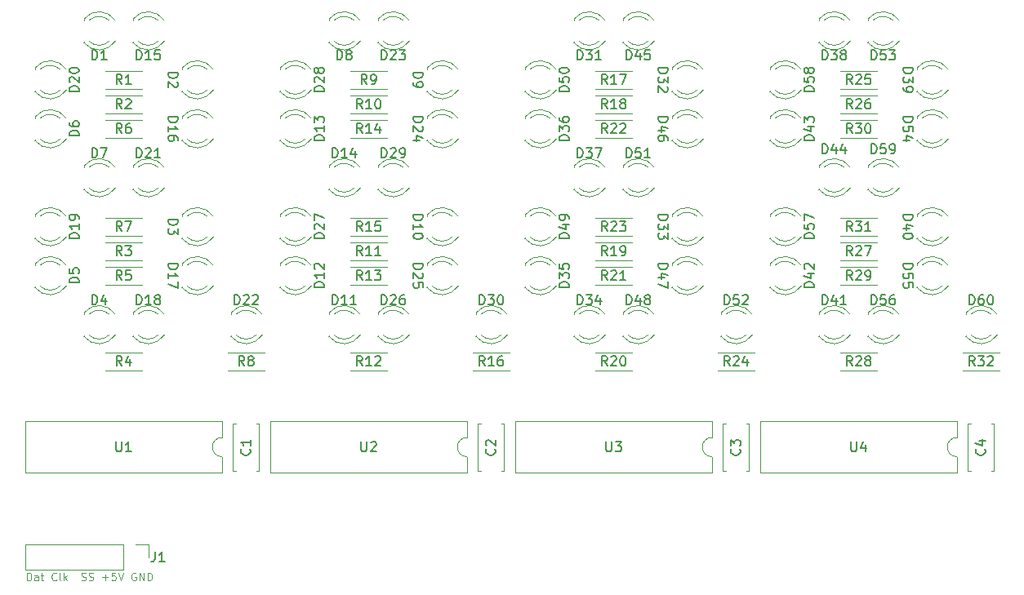
<source format=gto>
G04 #@! TF.GenerationSoftware,KiCad,Pcbnew,5.1.6+dfsg1-1*
G04 #@! TF.CreationDate,2020-12-16T16:16:19-07:00*
G04 #@! TF.ProjectId,7segment,37736567-6d65-46e7-942e-6b696361645f,rev?*
G04 #@! TF.SameCoordinates,Original*
G04 #@! TF.FileFunction,Legend,Top*
G04 #@! TF.FilePolarity,Positive*
%FSLAX46Y46*%
G04 Gerber Fmt 4.6, Leading zero omitted, Abs format (unit mm)*
G04 Created by KiCad (PCBNEW 5.1.6+dfsg1-1) date 2020-12-16 16:16:19*
%MOMM*%
%LPD*%
G01*
G04 APERTURE LIST*
%ADD10C,0.100000*%
%ADD11C,0.120000*%
%ADD12C,0.150000*%
G04 APERTURE END LIST*
D10*
X78886857Y-119233904D02*
X78886857Y-118433904D01*
X79077333Y-118433904D01*
X79191619Y-118472000D01*
X79267809Y-118548190D01*
X79305904Y-118624380D01*
X79344000Y-118776761D01*
X79344000Y-118891047D01*
X79305904Y-119043428D01*
X79267809Y-119119619D01*
X79191619Y-119195809D01*
X79077333Y-119233904D01*
X78886857Y-119233904D01*
X80029714Y-119233904D02*
X80029714Y-118814857D01*
X79991619Y-118738666D01*
X79915428Y-118700571D01*
X79763047Y-118700571D01*
X79686857Y-118738666D01*
X80029714Y-119195809D02*
X79953523Y-119233904D01*
X79763047Y-119233904D01*
X79686857Y-119195809D01*
X79648761Y-119119619D01*
X79648761Y-119043428D01*
X79686857Y-118967238D01*
X79763047Y-118929142D01*
X79953523Y-118929142D01*
X80029714Y-118891047D01*
X80296380Y-118700571D02*
X80601142Y-118700571D01*
X80410666Y-118433904D02*
X80410666Y-119119619D01*
X80448761Y-119195809D01*
X80524952Y-119233904D01*
X80601142Y-119233904D01*
X81934476Y-119157714D02*
X81896380Y-119195809D01*
X81782095Y-119233904D01*
X81705904Y-119233904D01*
X81591619Y-119195809D01*
X81515428Y-119119619D01*
X81477333Y-119043428D01*
X81439238Y-118891047D01*
X81439238Y-118776761D01*
X81477333Y-118624380D01*
X81515428Y-118548190D01*
X81591619Y-118472000D01*
X81705904Y-118433904D01*
X81782095Y-118433904D01*
X81896380Y-118472000D01*
X81934476Y-118510095D01*
X82391619Y-119233904D02*
X82315428Y-119195809D01*
X82277333Y-119119619D01*
X82277333Y-118433904D01*
X82696380Y-119233904D02*
X82696380Y-118433904D01*
X82772571Y-118929142D02*
X83001142Y-119233904D01*
X83001142Y-118700571D02*
X82696380Y-119005333D01*
X84524952Y-119195809D02*
X84639238Y-119233904D01*
X84829714Y-119233904D01*
X84905904Y-119195809D01*
X84944000Y-119157714D01*
X84982095Y-119081523D01*
X84982095Y-119005333D01*
X84944000Y-118929142D01*
X84905904Y-118891047D01*
X84829714Y-118852952D01*
X84677333Y-118814857D01*
X84601142Y-118776761D01*
X84563047Y-118738666D01*
X84524952Y-118662476D01*
X84524952Y-118586285D01*
X84563047Y-118510095D01*
X84601142Y-118472000D01*
X84677333Y-118433904D01*
X84867809Y-118433904D01*
X84982095Y-118472000D01*
X85286857Y-119195809D02*
X85401142Y-119233904D01*
X85591619Y-119233904D01*
X85667809Y-119195809D01*
X85705904Y-119157714D01*
X85744000Y-119081523D01*
X85744000Y-119005333D01*
X85705904Y-118929142D01*
X85667809Y-118891047D01*
X85591619Y-118852952D01*
X85439238Y-118814857D01*
X85363047Y-118776761D01*
X85324952Y-118738666D01*
X85286857Y-118662476D01*
X85286857Y-118586285D01*
X85324952Y-118510095D01*
X85363047Y-118472000D01*
X85439238Y-118433904D01*
X85629714Y-118433904D01*
X85744000Y-118472000D01*
X86696380Y-118929142D02*
X87305904Y-118929142D01*
X87001142Y-119233904D02*
X87001142Y-118624380D01*
X88067809Y-118433904D02*
X87686857Y-118433904D01*
X87648761Y-118814857D01*
X87686857Y-118776761D01*
X87763047Y-118738666D01*
X87953523Y-118738666D01*
X88029714Y-118776761D01*
X88067809Y-118814857D01*
X88105904Y-118891047D01*
X88105904Y-119081523D01*
X88067809Y-119157714D01*
X88029714Y-119195809D01*
X87953523Y-119233904D01*
X87763047Y-119233904D01*
X87686857Y-119195809D01*
X87648761Y-119157714D01*
X88334476Y-118433904D02*
X88601142Y-119233904D01*
X88867809Y-118433904D01*
X90163047Y-118472000D02*
X90086857Y-118433904D01*
X89972571Y-118433904D01*
X89858285Y-118472000D01*
X89782095Y-118548190D01*
X89744000Y-118624380D01*
X89705904Y-118776761D01*
X89705904Y-118891047D01*
X89744000Y-119043428D01*
X89782095Y-119119619D01*
X89858285Y-119195809D01*
X89972571Y-119233904D01*
X90048761Y-119233904D01*
X90163047Y-119195809D01*
X90201142Y-119157714D01*
X90201142Y-118891047D01*
X90048761Y-118891047D01*
X90544000Y-119233904D02*
X90544000Y-118433904D01*
X91001142Y-119233904D01*
X91001142Y-118433904D01*
X91382095Y-119233904D02*
X91382095Y-118433904D01*
X91572571Y-118433904D01*
X91686857Y-118472000D01*
X91763047Y-118548190D01*
X91801142Y-118624380D01*
X91839238Y-118776761D01*
X91839238Y-118891047D01*
X91801142Y-119043428D01*
X91763047Y-119119619D01*
X91686857Y-119195809D01*
X91572571Y-119233904D01*
X91382095Y-119233904D01*
D11*
X99120000Y-108060000D02*
X99120000Y-106410000D01*
X78680000Y-108060000D02*
X99120000Y-108060000D01*
X78680000Y-102760000D02*
X78680000Y-108060000D01*
X99120000Y-102760000D02*
X78680000Y-102760000D01*
X99120000Y-104410000D02*
X99120000Y-102760000D01*
X99120000Y-106410000D02*
G75*
G02*
X99120000Y-104410000I0J1000000D01*
G01*
X175320000Y-108060000D02*
X175320000Y-106410000D01*
X154880000Y-108060000D02*
X175320000Y-108060000D01*
X154880000Y-102760000D02*
X154880000Y-108060000D01*
X175320000Y-102760000D02*
X154880000Y-102760000D01*
X175320000Y-104410000D02*
X175320000Y-102760000D01*
X175320000Y-106410000D02*
G75*
G02*
X175320000Y-104410000I0J1000000D01*
G01*
X149920000Y-108060000D02*
X149920000Y-106410000D01*
X129480000Y-108060000D02*
X149920000Y-108060000D01*
X129480000Y-102760000D02*
X129480000Y-108060000D01*
X149920000Y-102760000D02*
X129480000Y-102760000D01*
X149920000Y-104410000D02*
X149920000Y-102760000D01*
X149920000Y-106410000D02*
G75*
G02*
X149920000Y-104410000I0J1000000D01*
G01*
X91500000Y-115510000D02*
X91500000Y-116840000D01*
X90170000Y-115510000D02*
X91500000Y-115510000D01*
X88900000Y-115510000D02*
X88900000Y-118170000D01*
X88900000Y-118170000D02*
X78680000Y-118170000D01*
X88900000Y-115510000D02*
X78680000Y-115510000D01*
X78680000Y-115510000D02*
X78680000Y-118170000D01*
X124520000Y-108060000D02*
X124520000Y-106410000D01*
X104080000Y-108060000D02*
X124520000Y-108060000D01*
X104080000Y-102760000D02*
X104080000Y-108060000D01*
X124520000Y-102760000D02*
X104080000Y-102760000D01*
X124520000Y-104410000D02*
X124520000Y-102760000D01*
X124520000Y-106410000D02*
G75*
G02*
X124520000Y-104410000I0J1000000D01*
G01*
X176430000Y-107920000D02*
X176430000Y-102980000D01*
X179170000Y-107920000D02*
X179170000Y-102980000D01*
X176430000Y-107920000D02*
X176745000Y-107920000D01*
X178855000Y-107920000D02*
X179170000Y-107920000D01*
X176430000Y-102980000D02*
X176745000Y-102980000D01*
X178855000Y-102980000D02*
X179170000Y-102980000D01*
X151030000Y-107920000D02*
X151030000Y-102980000D01*
X153770000Y-107920000D02*
X153770000Y-102980000D01*
X151030000Y-107920000D02*
X151345000Y-107920000D01*
X153455000Y-107920000D02*
X153770000Y-107920000D01*
X151030000Y-102980000D02*
X151345000Y-102980000D01*
X153455000Y-102980000D02*
X153770000Y-102980000D01*
X100230000Y-107920000D02*
X100230000Y-102980000D01*
X102970000Y-107920000D02*
X102970000Y-102980000D01*
X100230000Y-107920000D02*
X100545000Y-107920000D01*
X102655000Y-107920000D02*
X102970000Y-107920000D01*
X100230000Y-102980000D02*
X100545000Y-102980000D01*
X102655000Y-102980000D02*
X102970000Y-102980000D01*
X125630000Y-107920000D02*
X125630000Y-102980000D01*
X128370000Y-107920000D02*
X128370000Y-102980000D01*
X125630000Y-107920000D02*
X125945000Y-107920000D01*
X128055000Y-107920000D02*
X128370000Y-107920000D01*
X125630000Y-102980000D02*
X125945000Y-102980000D01*
X128055000Y-102980000D02*
X128370000Y-102980000D01*
X175880000Y-97440000D02*
X179720000Y-97440000D01*
X175880000Y-95600000D02*
X179720000Y-95600000D01*
X163180000Y-83470000D02*
X167020000Y-83470000D01*
X163180000Y-81630000D02*
X167020000Y-81630000D01*
X163180000Y-73310000D02*
X167020000Y-73310000D01*
X163180000Y-71470000D02*
X167020000Y-71470000D01*
X163180000Y-88550000D02*
X167020000Y-88550000D01*
X163180000Y-86710000D02*
X167020000Y-86710000D01*
X163180000Y-97440000D02*
X167020000Y-97440000D01*
X163180000Y-95600000D02*
X167020000Y-95600000D01*
X163180000Y-86010000D02*
X167020000Y-86010000D01*
X163180000Y-84170000D02*
X167020000Y-84170000D01*
X163180000Y-70770000D02*
X167020000Y-70770000D01*
X163180000Y-68930000D02*
X167020000Y-68930000D01*
X163180000Y-68230000D02*
X167020000Y-68230000D01*
X163180000Y-66390000D02*
X167020000Y-66390000D01*
X150480000Y-97440000D02*
X154320000Y-97440000D01*
X150480000Y-95600000D02*
X154320000Y-95600000D01*
X137780000Y-83470000D02*
X141620000Y-83470000D01*
X137780000Y-81630000D02*
X141620000Y-81630000D01*
X137780000Y-73310000D02*
X141620000Y-73310000D01*
X137780000Y-71470000D02*
X141620000Y-71470000D01*
X137780000Y-88550000D02*
X141620000Y-88550000D01*
X137780000Y-86710000D02*
X141620000Y-86710000D01*
X137780000Y-97440000D02*
X141620000Y-97440000D01*
X137780000Y-95600000D02*
X141620000Y-95600000D01*
X137780000Y-86010000D02*
X141620000Y-86010000D01*
X137780000Y-84170000D02*
X141620000Y-84170000D01*
X137780000Y-70770000D02*
X141620000Y-70770000D01*
X137780000Y-68930000D02*
X141620000Y-68930000D01*
X137780000Y-68230000D02*
X141620000Y-68230000D01*
X137780000Y-66390000D02*
X141620000Y-66390000D01*
X125080000Y-97440000D02*
X128920000Y-97440000D01*
X125080000Y-95600000D02*
X128920000Y-95600000D01*
X112380000Y-83470000D02*
X116220000Y-83470000D01*
X112380000Y-81630000D02*
X116220000Y-81630000D01*
X112380000Y-73310000D02*
X116220000Y-73310000D01*
X112380000Y-71470000D02*
X116220000Y-71470000D01*
X112380000Y-88550000D02*
X116220000Y-88550000D01*
X112380000Y-86710000D02*
X116220000Y-86710000D01*
X112380000Y-97440000D02*
X116220000Y-97440000D01*
X112380000Y-95600000D02*
X116220000Y-95600000D01*
X112380000Y-86010000D02*
X116220000Y-86010000D01*
X112380000Y-84170000D02*
X116220000Y-84170000D01*
X112380000Y-70770000D02*
X116220000Y-70770000D01*
X112380000Y-68930000D02*
X116220000Y-68930000D01*
X112380000Y-68230000D02*
X116220000Y-68230000D01*
X112380000Y-66390000D02*
X116220000Y-66390000D01*
X99680000Y-97440000D02*
X103520000Y-97440000D01*
X99680000Y-95600000D02*
X103520000Y-95600000D01*
X86980000Y-83470000D02*
X90820000Y-83470000D01*
X86980000Y-81630000D02*
X90820000Y-81630000D01*
X86980000Y-73310000D02*
X90820000Y-73310000D01*
X86980000Y-71470000D02*
X90820000Y-71470000D01*
X86980000Y-88550000D02*
X90820000Y-88550000D01*
X86980000Y-86710000D02*
X90820000Y-86710000D01*
X86980000Y-97440000D02*
X90820000Y-97440000D01*
X86980000Y-95600000D02*
X90820000Y-95600000D01*
X86980000Y-86010000D02*
X90820000Y-86010000D01*
X86980000Y-84170000D02*
X90820000Y-84170000D01*
X86980000Y-70770000D02*
X90820000Y-70770000D01*
X86980000Y-68930000D02*
X90820000Y-68930000D01*
X86980000Y-68230000D02*
X90820000Y-68230000D01*
X86980000Y-66390000D02*
X90820000Y-66390000D01*
X176240000Y-93790000D02*
X176240000Y-93946000D01*
X176240000Y-91474000D02*
X176240000Y-91630000D01*
X178841130Y-93789837D02*
G75*
G02*
X176759039Y-93790000I-1041130J1079837D01*
G01*
X178841130Y-91630163D02*
G75*
G03*
X176759039Y-91630000I-1041130J-1079837D01*
G01*
X179472335Y-93788608D02*
G75*
G02*
X176240000Y-93945516I-1672335J1078608D01*
G01*
X179472335Y-91631392D02*
G75*
G03*
X176240000Y-91474484I-1672335J-1078608D01*
G01*
X166080000Y-78550000D02*
X166080000Y-78706000D01*
X166080000Y-76234000D02*
X166080000Y-76390000D01*
X168681130Y-78549837D02*
G75*
G02*
X166599039Y-78550000I-1041130J1079837D01*
G01*
X168681130Y-76390163D02*
G75*
G03*
X166599039Y-76390000I-1041130J-1079837D01*
G01*
X169312335Y-78548608D02*
G75*
G02*
X166080000Y-78705516I-1672335J1078608D01*
G01*
X169312335Y-76391392D02*
G75*
G03*
X166080000Y-76234484I-1672335J-1078608D01*
G01*
X155920000Y-68390000D02*
X155920000Y-68546000D01*
X155920000Y-66074000D02*
X155920000Y-66230000D01*
X158521130Y-68389837D02*
G75*
G02*
X156439039Y-68390000I-1041130J1079837D01*
G01*
X158521130Y-66230163D02*
G75*
G03*
X156439039Y-66230000I-1041130J-1079837D01*
G01*
X159152335Y-68388608D02*
G75*
G02*
X155920000Y-68545516I-1672335J1078608D01*
G01*
X159152335Y-66231392D02*
G75*
G03*
X155920000Y-66074484I-1672335J-1078608D01*
G01*
X155920000Y-83630000D02*
X155920000Y-83786000D01*
X155920000Y-81314000D02*
X155920000Y-81470000D01*
X158521130Y-83629837D02*
G75*
G02*
X156439039Y-83630000I-1041130J1079837D01*
G01*
X158521130Y-81470163D02*
G75*
G03*
X156439039Y-81470000I-1041130J-1079837D01*
G01*
X159152335Y-83628608D02*
G75*
G02*
X155920000Y-83785516I-1672335J1078608D01*
G01*
X159152335Y-81471392D02*
G75*
G03*
X155920000Y-81314484I-1672335J-1078608D01*
G01*
X166080000Y-93790000D02*
X166080000Y-93946000D01*
X166080000Y-91474000D02*
X166080000Y-91630000D01*
X168681130Y-93789837D02*
G75*
G02*
X166599039Y-93790000I-1041130J1079837D01*
G01*
X168681130Y-91630163D02*
G75*
G03*
X166599039Y-91630000I-1041130J-1079837D01*
G01*
X169312335Y-93788608D02*
G75*
G02*
X166080000Y-93945516I-1672335J1078608D01*
G01*
X169312335Y-91631392D02*
G75*
G03*
X166080000Y-91474484I-1672335J-1078608D01*
G01*
X171160000Y-88710000D02*
X171160000Y-88866000D01*
X171160000Y-86394000D02*
X171160000Y-86550000D01*
X173761130Y-88709837D02*
G75*
G02*
X171679039Y-88710000I-1041130J1079837D01*
G01*
X173761130Y-86550163D02*
G75*
G03*
X171679039Y-86550000I-1041130J-1079837D01*
G01*
X174392335Y-88708608D02*
G75*
G02*
X171160000Y-88865516I-1672335J1078608D01*
G01*
X174392335Y-86551392D02*
G75*
G03*
X171160000Y-86394484I-1672335J-1078608D01*
G01*
X171160000Y-73470000D02*
X171160000Y-73626000D01*
X171160000Y-71154000D02*
X171160000Y-71310000D01*
X173761130Y-73469837D02*
G75*
G02*
X171679039Y-73470000I-1041130J1079837D01*
G01*
X173761130Y-71310163D02*
G75*
G03*
X171679039Y-71310000I-1041130J-1079837D01*
G01*
X174392335Y-73468608D02*
G75*
G02*
X171160000Y-73625516I-1672335J1078608D01*
G01*
X174392335Y-71311392D02*
G75*
G03*
X171160000Y-71154484I-1672335J-1078608D01*
G01*
X166080000Y-63310000D02*
X166080000Y-63466000D01*
X166080000Y-60994000D02*
X166080000Y-61150000D01*
X168681130Y-63309837D02*
G75*
G02*
X166599039Y-63310000I-1041130J1079837D01*
G01*
X168681130Y-61150163D02*
G75*
G03*
X166599039Y-61150000I-1041130J-1079837D01*
G01*
X169312335Y-63308608D02*
G75*
G02*
X166080000Y-63465516I-1672335J1078608D01*
G01*
X169312335Y-61151392D02*
G75*
G03*
X166080000Y-60994484I-1672335J-1078608D01*
G01*
X150840000Y-93790000D02*
X150840000Y-93946000D01*
X150840000Y-91474000D02*
X150840000Y-91630000D01*
X153441130Y-93789837D02*
G75*
G02*
X151359039Y-93790000I-1041130J1079837D01*
G01*
X153441130Y-91630163D02*
G75*
G03*
X151359039Y-91630000I-1041130J-1079837D01*
G01*
X154072335Y-93788608D02*
G75*
G02*
X150840000Y-93945516I-1672335J1078608D01*
G01*
X154072335Y-91631392D02*
G75*
G03*
X150840000Y-91474484I-1672335J-1078608D01*
G01*
X140680000Y-78550000D02*
X140680000Y-78706000D01*
X140680000Y-76234000D02*
X140680000Y-76390000D01*
X143281130Y-78549837D02*
G75*
G02*
X141199039Y-78550000I-1041130J1079837D01*
G01*
X143281130Y-76390163D02*
G75*
G03*
X141199039Y-76390000I-1041130J-1079837D01*
G01*
X143912335Y-78548608D02*
G75*
G02*
X140680000Y-78705516I-1672335J1078608D01*
G01*
X143912335Y-76391392D02*
G75*
G03*
X140680000Y-76234484I-1672335J-1078608D01*
G01*
X130520000Y-68390000D02*
X130520000Y-68546000D01*
X130520000Y-66074000D02*
X130520000Y-66230000D01*
X133121130Y-68389837D02*
G75*
G02*
X131039039Y-68390000I-1041130J1079837D01*
G01*
X133121130Y-66230163D02*
G75*
G03*
X131039039Y-66230000I-1041130J-1079837D01*
G01*
X133752335Y-68388608D02*
G75*
G02*
X130520000Y-68545516I-1672335J1078608D01*
G01*
X133752335Y-66231392D02*
G75*
G03*
X130520000Y-66074484I-1672335J-1078608D01*
G01*
X130520000Y-83630000D02*
X130520000Y-83786000D01*
X130520000Y-81314000D02*
X130520000Y-81470000D01*
X133121130Y-83629837D02*
G75*
G02*
X131039039Y-83630000I-1041130J1079837D01*
G01*
X133121130Y-81470163D02*
G75*
G03*
X131039039Y-81470000I-1041130J-1079837D01*
G01*
X133752335Y-83628608D02*
G75*
G02*
X130520000Y-83785516I-1672335J1078608D01*
G01*
X133752335Y-81471392D02*
G75*
G03*
X130520000Y-81314484I-1672335J-1078608D01*
G01*
X140680000Y-93790000D02*
X140680000Y-93946000D01*
X140680000Y-91474000D02*
X140680000Y-91630000D01*
X143281130Y-93789837D02*
G75*
G02*
X141199039Y-93790000I-1041130J1079837D01*
G01*
X143281130Y-91630163D02*
G75*
G03*
X141199039Y-91630000I-1041130J-1079837D01*
G01*
X143912335Y-93788608D02*
G75*
G02*
X140680000Y-93945516I-1672335J1078608D01*
G01*
X143912335Y-91631392D02*
G75*
G03*
X140680000Y-91474484I-1672335J-1078608D01*
G01*
X145760000Y-88710000D02*
X145760000Y-88866000D01*
X145760000Y-86394000D02*
X145760000Y-86550000D01*
X148361130Y-88709837D02*
G75*
G02*
X146279039Y-88710000I-1041130J1079837D01*
G01*
X148361130Y-86550163D02*
G75*
G03*
X146279039Y-86550000I-1041130J-1079837D01*
G01*
X148992335Y-88708608D02*
G75*
G02*
X145760000Y-88865516I-1672335J1078608D01*
G01*
X148992335Y-86551392D02*
G75*
G03*
X145760000Y-86394484I-1672335J-1078608D01*
G01*
X145760000Y-73470000D02*
X145760000Y-73626000D01*
X145760000Y-71154000D02*
X145760000Y-71310000D01*
X148361130Y-73469837D02*
G75*
G02*
X146279039Y-73470000I-1041130J1079837D01*
G01*
X148361130Y-71310163D02*
G75*
G03*
X146279039Y-71310000I-1041130J-1079837D01*
G01*
X148992335Y-73468608D02*
G75*
G02*
X145760000Y-73625516I-1672335J1078608D01*
G01*
X148992335Y-71311392D02*
G75*
G03*
X145760000Y-71154484I-1672335J-1078608D01*
G01*
X140680000Y-63310000D02*
X140680000Y-63466000D01*
X140680000Y-60994000D02*
X140680000Y-61150000D01*
X143281130Y-63309837D02*
G75*
G02*
X141199039Y-63310000I-1041130J1079837D01*
G01*
X143281130Y-61150163D02*
G75*
G03*
X141199039Y-61150000I-1041130J-1079837D01*
G01*
X143912335Y-63308608D02*
G75*
G02*
X140680000Y-63465516I-1672335J1078608D01*
G01*
X143912335Y-61151392D02*
G75*
G03*
X140680000Y-60994484I-1672335J-1078608D01*
G01*
X161000000Y-78550000D02*
X161000000Y-78706000D01*
X161000000Y-76234000D02*
X161000000Y-76390000D01*
X163601130Y-78549837D02*
G75*
G02*
X161519039Y-78550000I-1041130J1079837D01*
G01*
X163601130Y-76390163D02*
G75*
G03*
X161519039Y-76390000I-1041130J-1079837D01*
G01*
X164232335Y-78548608D02*
G75*
G02*
X161000000Y-78705516I-1672335J1078608D01*
G01*
X164232335Y-76391392D02*
G75*
G03*
X161000000Y-76234484I-1672335J-1078608D01*
G01*
X155920000Y-73470000D02*
X155920000Y-73626000D01*
X155920000Y-71154000D02*
X155920000Y-71310000D01*
X158521130Y-73469837D02*
G75*
G02*
X156439039Y-73470000I-1041130J1079837D01*
G01*
X158521130Y-71310163D02*
G75*
G03*
X156439039Y-71310000I-1041130J-1079837D01*
G01*
X159152335Y-73468608D02*
G75*
G02*
X155920000Y-73625516I-1672335J1078608D01*
G01*
X159152335Y-71311392D02*
G75*
G03*
X155920000Y-71154484I-1672335J-1078608D01*
G01*
X155920000Y-88710000D02*
X155920000Y-88866000D01*
X155920000Y-86394000D02*
X155920000Y-86550000D01*
X158521130Y-88709837D02*
G75*
G02*
X156439039Y-88710000I-1041130J1079837D01*
G01*
X158521130Y-86550163D02*
G75*
G03*
X156439039Y-86550000I-1041130J-1079837D01*
G01*
X159152335Y-88708608D02*
G75*
G02*
X155920000Y-88865516I-1672335J1078608D01*
G01*
X159152335Y-86551392D02*
G75*
G03*
X155920000Y-86394484I-1672335J-1078608D01*
G01*
X161000000Y-93790000D02*
X161000000Y-93946000D01*
X161000000Y-91474000D02*
X161000000Y-91630000D01*
X163601130Y-93789837D02*
G75*
G02*
X161519039Y-93790000I-1041130J1079837D01*
G01*
X163601130Y-91630163D02*
G75*
G03*
X161519039Y-91630000I-1041130J-1079837D01*
G01*
X164232335Y-93788608D02*
G75*
G02*
X161000000Y-93945516I-1672335J1078608D01*
G01*
X164232335Y-91631392D02*
G75*
G03*
X161000000Y-91474484I-1672335J-1078608D01*
G01*
X171160000Y-83630000D02*
X171160000Y-83786000D01*
X171160000Y-81314000D02*
X171160000Y-81470000D01*
X173761130Y-83629837D02*
G75*
G02*
X171679039Y-83630000I-1041130J1079837D01*
G01*
X173761130Y-81470163D02*
G75*
G03*
X171679039Y-81470000I-1041130J-1079837D01*
G01*
X174392335Y-83628608D02*
G75*
G02*
X171160000Y-83785516I-1672335J1078608D01*
G01*
X174392335Y-81471392D02*
G75*
G03*
X171160000Y-81314484I-1672335J-1078608D01*
G01*
X171160000Y-68390000D02*
X171160000Y-68546000D01*
X171160000Y-66074000D02*
X171160000Y-66230000D01*
X173761130Y-68389837D02*
G75*
G02*
X171679039Y-68390000I-1041130J1079837D01*
G01*
X173761130Y-66230163D02*
G75*
G03*
X171679039Y-66230000I-1041130J-1079837D01*
G01*
X174392335Y-68388608D02*
G75*
G02*
X171160000Y-68545516I-1672335J1078608D01*
G01*
X174392335Y-66231392D02*
G75*
G03*
X171160000Y-66074484I-1672335J-1078608D01*
G01*
X161000000Y-63310000D02*
X161000000Y-63466000D01*
X161000000Y-60994000D02*
X161000000Y-61150000D01*
X163601130Y-63309837D02*
G75*
G02*
X161519039Y-63310000I-1041130J1079837D01*
G01*
X163601130Y-61150163D02*
G75*
G03*
X161519039Y-61150000I-1041130J-1079837D01*
G01*
X164232335Y-63308608D02*
G75*
G02*
X161000000Y-63465516I-1672335J1078608D01*
G01*
X164232335Y-61151392D02*
G75*
G03*
X161000000Y-60994484I-1672335J-1078608D01*
G01*
X135600000Y-78550000D02*
X135600000Y-78706000D01*
X135600000Y-76234000D02*
X135600000Y-76390000D01*
X138201130Y-78549837D02*
G75*
G02*
X136119039Y-78550000I-1041130J1079837D01*
G01*
X138201130Y-76390163D02*
G75*
G03*
X136119039Y-76390000I-1041130J-1079837D01*
G01*
X138832335Y-78548608D02*
G75*
G02*
X135600000Y-78705516I-1672335J1078608D01*
G01*
X138832335Y-76391392D02*
G75*
G03*
X135600000Y-76234484I-1672335J-1078608D01*
G01*
X130520000Y-73470000D02*
X130520000Y-73626000D01*
X130520000Y-71154000D02*
X130520000Y-71310000D01*
X133121130Y-73469837D02*
G75*
G02*
X131039039Y-73470000I-1041130J1079837D01*
G01*
X133121130Y-71310163D02*
G75*
G03*
X131039039Y-71310000I-1041130J-1079837D01*
G01*
X133752335Y-73468608D02*
G75*
G02*
X130520000Y-73625516I-1672335J1078608D01*
G01*
X133752335Y-71311392D02*
G75*
G03*
X130520000Y-71154484I-1672335J-1078608D01*
G01*
X130520000Y-88710000D02*
X130520000Y-88866000D01*
X130520000Y-86394000D02*
X130520000Y-86550000D01*
X133121130Y-88709837D02*
G75*
G02*
X131039039Y-88710000I-1041130J1079837D01*
G01*
X133121130Y-86550163D02*
G75*
G03*
X131039039Y-86550000I-1041130J-1079837D01*
G01*
X133752335Y-88708608D02*
G75*
G02*
X130520000Y-88865516I-1672335J1078608D01*
G01*
X133752335Y-86551392D02*
G75*
G03*
X130520000Y-86394484I-1672335J-1078608D01*
G01*
X135600000Y-93790000D02*
X135600000Y-93946000D01*
X135600000Y-91474000D02*
X135600000Y-91630000D01*
X138201130Y-93789837D02*
G75*
G02*
X136119039Y-93790000I-1041130J1079837D01*
G01*
X138201130Y-91630163D02*
G75*
G03*
X136119039Y-91630000I-1041130J-1079837D01*
G01*
X138832335Y-93788608D02*
G75*
G02*
X135600000Y-93945516I-1672335J1078608D01*
G01*
X138832335Y-91631392D02*
G75*
G03*
X135600000Y-91474484I-1672335J-1078608D01*
G01*
X145760000Y-83630000D02*
X145760000Y-83786000D01*
X145760000Y-81314000D02*
X145760000Y-81470000D01*
X148361130Y-83629837D02*
G75*
G02*
X146279039Y-83630000I-1041130J1079837D01*
G01*
X148361130Y-81470163D02*
G75*
G03*
X146279039Y-81470000I-1041130J-1079837D01*
G01*
X148992335Y-83628608D02*
G75*
G02*
X145760000Y-83785516I-1672335J1078608D01*
G01*
X148992335Y-81471392D02*
G75*
G03*
X145760000Y-81314484I-1672335J-1078608D01*
G01*
X145760000Y-68390000D02*
X145760000Y-68546000D01*
X145760000Y-66074000D02*
X145760000Y-66230000D01*
X148361130Y-68389837D02*
G75*
G02*
X146279039Y-68390000I-1041130J1079837D01*
G01*
X148361130Y-66230163D02*
G75*
G03*
X146279039Y-66230000I-1041130J-1079837D01*
G01*
X148992335Y-68388608D02*
G75*
G02*
X145760000Y-68545516I-1672335J1078608D01*
G01*
X148992335Y-66231392D02*
G75*
G03*
X145760000Y-66074484I-1672335J-1078608D01*
G01*
X135600000Y-63310000D02*
X135600000Y-63466000D01*
X135600000Y-60994000D02*
X135600000Y-61150000D01*
X138201130Y-63309837D02*
G75*
G02*
X136119039Y-63310000I-1041130J1079837D01*
G01*
X138201130Y-61150163D02*
G75*
G03*
X136119039Y-61150000I-1041130J-1079837D01*
G01*
X138832335Y-63308608D02*
G75*
G02*
X135600000Y-63465516I-1672335J1078608D01*
G01*
X138832335Y-61151392D02*
G75*
G03*
X135600000Y-60994484I-1672335J-1078608D01*
G01*
X125440000Y-93790000D02*
X125440000Y-93946000D01*
X125440000Y-91474000D02*
X125440000Y-91630000D01*
X128041130Y-93789837D02*
G75*
G02*
X125959039Y-93790000I-1041130J1079837D01*
G01*
X128041130Y-91630163D02*
G75*
G03*
X125959039Y-91630000I-1041130J-1079837D01*
G01*
X128672335Y-93788608D02*
G75*
G02*
X125440000Y-93945516I-1672335J1078608D01*
G01*
X128672335Y-91631392D02*
G75*
G03*
X125440000Y-91474484I-1672335J-1078608D01*
G01*
X115280000Y-78550000D02*
X115280000Y-78706000D01*
X115280000Y-76234000D02*
X115280000Y-76390000D01*
X117881130Y-78549837D02*
G75*
G02*
X115799039Y-78550000I-1041130J1079837D01*
G01*
X117881130Y-76390163D02*
G75*
G03*
X115799039Y-76390000I-1041130J-1079837D01*
G01*
X118512335Y-78548608D02*
G75*
G02*
X115280000Y-78705516I-1672335J1078608D01*
G01*
X118512335Y-76391392D02*
G75*
G03*
X115280000Y-76234484I-1672335J-1078608D01*
G01*
X105120000Y-68390000D02*
X105120000Y-68546000D01*
X105120000Y-66074000D02*
X105120000Y-66230000D01*
X107721130Y-68389837D02*
G75*
G02*
X105639039Y-68390000I-1041130J1079837D01*
G01*
X107721130Y-66230163D02*
G75*
G03*
X105639039Y-66230000I-1041130J-1079837D01*
G01*
X108352335Y-68388608D02*
G75*
G02*
X105120000Y-68545516I-1672335J1078608D01*
G01*
X108352335Y-66231392D02*
G75*
G03*
X105120000Y-66074484I-1672335J-1078608D01*
G01*
X105120000Y-83630000D02*
X105120000Y-83786000D01*
X105120000Y-81314000D02*
X105120000Y-81470000D01*
X107721130Y-83629837D02*
G75*
G02*
X105639039Y-83630000I-1041130J1079837D01*
G01*
X107721130Y-81470163D02*
G75*
G03*
X105639039Y-81470000I-1041130J-1079837D01*
G01*
X108352335Y-83628608D02*
G75*
G02*
X105120000Y-83785516I-1672335J1078608D01*
G01*
X108352335Y-81471392D02*
G75*
G03*
X105120000Y-81314484I-1672335J-1078608D01*
G01*
X115280000Y-93790000D02*
X115280000Y-93946000D01*
X115280000Y-91474000D02*
X115280000Y-91630000D01*
X117881130Y-93789837D02*
G75*
G02*
X115799039Y-93790000I-1041130J1079837D01*
G01*
X117881130Y-91630163D02*
G75*
G03*
X115799039Y-91630000I-1041130J-1079837D01*
G01*
X118512335Y-93788608D02*
G75*
G02*
X115280000Y-93945516I-1672335J1078608D01*
G01*
X118512335Y-91631392D02*
G75*
G03*
X115280000Y-91474484I-1672335J-1078608D01*
G01*
X120360000Y-88710000D02*
X120360000Y-88866000D01*
X120360000Y-86394000D02*
X120360000Y-86550000D01*
X122961130Y-88709837D02*
G75*
G02*
X120879039Y-88710000I-1041130J1079837D01*
G01*
X122961130Y-86550163D02*
G75*
G03*
X120879039Y-86550000I-1041130J-1079837D01*
G01*
X123592335Y-88708608D02*
G75*
G02*
X120360000Y-88865516I-1672335J1078608D01*
G01*
X123592335Y-86551392D02*
G75*
G03*
X120360000Y-86394484I-1672335J-1078608D01*
G01*
X120360000Y-73470000D02*
X120360000Y-73626000D01*
X120360000Y-71154000D02*
X120360000Y-71310000D01*
X122961130Y-73469837D02*
G75*
G02*
X120879039Y-73470000I-1041130J1079837D01*
G01*
X122961130Y-71310163D02*
G75*
G03*
X120879039Y-71310000I-1041130J-1079837D01*
G01*
X123592335Y-73468608D02*
G75*
G02*
X120360000Y-73625516I-1672335J1078608D01*
G01*
X123592335Y-71311392D02*
G75*
G03*
X120360000Y-71154484I-1672335J-1078608D01*
G01*
X115280000Y-63310000D02*
X115280000Y-63466000D01*
X115280000Y-60994000D02*
X115280000Y-61150000D01*
X117881130Y-63309837D02*
G75*
G02*
X115799039Y-63310000I-1041130J1079837D01*
G01*
X117881130Y-61150163D02*
G75*
G03*
X115799039Y-61150000I-1041130J-1079837D01*
G01*
X118512335Y-63308608D02*
G75*
G02*
X115280000Y-63465516I-1672335J1078608D01*
G01*
X118512335Y-61151392D02*
G75*
G03*
X115280000Y-60994484I-1672335J-1078608D01*
G01*
X100040000Y-93790000D02*
X100040000Y-93946000D01*
X100040000Y-91474000D02*
X100040000Y-91630000D01*
X102641130Y-93789837D02*
G75*
G02*
X100559039Y-93790000I-1041130J1079837D01*
G01*
X102641130Y-91630163D02*
G75*
G03*
X100559039Y-91630000I-1041130J-1079837D01*
G01*
X103272335Y-93788608D02*
G75*
G02*
X100040000Y-93945516I-1672335J1078608D01*
G01*
X103272335Y-91631392D02*
G75*
G03*
X100040000Y-91474484I-1672335J-1078608D01*
G01*
X89880000Y-78550000D02*
X89880000Y-78706000D01*
X89880000Y-76234000D02*
X89880000Y-76390000D01*
X92481130Y-78549837D02*
G75*
G02*
X90399039Y-78550000I-1041130J1079837D01*
G01*
X92481130Y-76390163D02*
G75*
G03*
X90399039Y-76390000I-1041130J-1079837D01*
G01*
X93112335Y-78548608D02*
G75*
G02*
X89880000Y-78705516I-1672335J1078608D01*
G01*
X93112335Y-76391392D02*
G75*
G03*
X89880000Y-76234484I-1672335J-1078608D01*
G01*
X79720000Y-68390000D02*
X79720000Y-68546000D01*
X79720000Y-66074000D02*
X79720000Y-66230000D01*
X82321130Y-68389837D02*
G75*
G02*
X80239039Y-68390000I-1041130J1079837D01*
G01*
X82321130Y-66230163D02*
G75*
G03*
X80239039Y-66230000I-1041130J-1079837D01*
G01*
X82952335Y-68388608D02*
G75*
G02*
X79720000Y-68545516I-1672335J1078608D01*
G01*
X82952335Y-66231392D02*
G75*
G03*
X79720000Y-66074484I-1672335J-1078608D01*
G01*
X79720000Y-83630000D02*
X79720000Y-83786000D01*
X79720000Y-81314000D02*
X79720000Y-81470000D01*
X82321130Y-83629837D02*
G75*
G02*
X80239039Y-83630000I-1041130J1079837D01*
G01*
X82321130Y-81470163D02*
G75*
G03*
X80239039Y-81470000I-1041130J-1079837D01*
G01*
X82952335Y-83628608D02*
G75*
G02*
X79720000Y-83785516I-1672335J1078608D01*
G01*
X82952335Y-81471392D02*
G75*
G03*
X79720000Y-81314484I-1672335J-1078608D01*
G01*
X89880000Y-93790000D02*
X89880000Y-93946000D01*
X89880000Y-91474000D02*
X89880000Y-91630000D01*
X92481130Y-93789837D02*
G75*
G02*
X90399039Y-93790000I-1041130J1079837D01*
G01*
X92481130Y-91630163D02*
G75*
G03*
X90399039Y-91630000I-1041130J-1079837D01*
G01*
X93112335Y-93788608D02*
G75*
G02*
X89880000Y-93945516I-1672335J1078608D01*
G01*
X93112335Y-91631392D02*
G75*
G03*
X89880000Y-91474484I-1672335J-1078608D01*
G01*
X94960000Y-88710000D02*
X94960000Y-88866000D01*
X94960000Y-86394000D02*
X94960000Y-86550000D01*
X97561130Y-88709837D02*
G75*
G02*
X95479039Y-88710000I-1041130J1079837D01*
G01*
X97561130Y-86550163D02*
G75*
G03*
X95479039Y-86550000I-1041130J-1079837D01*
G01*
X98192335Y-88708608D02*
G75*
G02*
X94960000Y-88865516I-1672335J1078608D01*
G01*
X98192335Y-86551392D02*
G75*
G03*
X94960000Y-86394484I-1672335J-1078608D01*
G01*
X94960000Y-73470000D02*
X94960000Y-73626000D01*
X94960000Y-71154000D02*
X94960000Y-71310000D01*
X97561130Y-73469837D02*
G75*
G02*
X95479039Y-73470000I-1041130J1079837D01*
G01*
X97561130Y-71310163D02*
G75*
G03*
X95479039Y-71310000I-1041130J-1079837D01*
G01*
X98192335Y-73468608D02*
G75*
G02*
X94960000Y-73625516I-1672335J1078608D01*
G01*
X98192335Y-71311392D02*
G75*
G03*
X94960000Y-71154484I-1672335J-1078608D01*
G01*
X89880000Y-63310000D02*
X89880000Y-63466000D01*
X89880000Y-60994000D02*
X89880000Y-61150000D01*
X92481130Y-63309837D02*
G75*
G02*
X90399039Y-63310000I-1041130J1079837D01*
G01*
X92481130Y-61150163D02*
G75*
G03*
X90399039Y-61150000I-1041130J-1079837D01*
G01*
X93112335Y-63308608D02*
G75*
G02*
X89880000Y-63465516I-1672335J1078608D01*
G01*
X93112335Y-61151392D02*
G75*
G03*
X89880000Y-60994484I-1672335J-1078608D01*
G01*
X110200000Y-78550000D02*
X110200000Y-78706000D01*
X110200000Y-76234000D02*
X110200000Y-76390000D01*
X112801130Y-78549837D02*
G75*
G02*
X110719039Y-78550000I-1041130J1079837D01*
G01*
X112801130Y-76390163D02*
G75*
G03*
X110719039Y-76390000I-1041130J-1079837D01*
G01*
X113432335Y-78548608D02*
G75*
G02*
X110200000Y-78705516I-1672335J1078608D01*
G01*
X113432335Y-76391392D02*
G75*
G03*
X110200000Y-76234484I-1672335J-1078608D01*
G01*
X105120000Y-73470000D02*
X105120000Y-73626000D01*
X105120000Y-71154000D02*
X105120000Y-71310000D01*
X107721130Y-73469837D02*
G75*
G02*
X105639039Y-73470000I-1041130J1079837D01*
G01*
X107721130Y-71310163D02*
G75*
G03*
X105639039Y-71310000I-1041130J-1079837D01*
G01*
X108352335Y-73468608D02*
G75*
G02*
X105120000Y-73625516I-1672335J1078608D01*
G01*
X108352335Y-71311392D02*
G75*
G03*
X105120000Y-71154484I-1672335J-1078608D01*
G01*
X105120000Y-88710000D02*
X105120000Y-88866000D01*
X105120000Y-86394000D02*
X105120000Y-86550000D01*
X107721130Y-88709837D02*
G75*
G02*
X105639039Y-88710000I-1041130J1079837D01*
G01*
X107721130Y-86550163D02*
G75*
G03*
X105639039Y-86550000I-1041130J-1079837D01*
G01*
X108352335Y-88708608D02*
G75*
G02*
X105120000Y-88865516I-1672335J1078608D01*
G01*
X108352335Y-86551392D02*
G75*
G03*
X105120000Y-86394484I-1672335J-1078608D01*
G01*
X110200000Y-93790000D02*
X110200000Y-93946000D01*
X110200000Y-91474000D02*
X110200000Y-91630000D01*
X112801130Y-93789837D02*
G75*
G02*
X110719039Y-93790000I-1041130J1079837D01*
G01*
X112801130Y-91630163D02*
G75*
G03*
X110719039Y-91630000I-1041130J-1079837D01*
G01*
X113432335Y-93788608D02*
G75*
G02*
X110200000Y-93945516I-1672335J1078608D01*
G01*
X113432335Y-91631392D02*
G75*
G03*
X110200000Y-91474484I-1672335J-1078608D01*
G01*
X120360000Y-83630000D02*
X120360000Y-83786000D01*
X120360000Y-81314000D02*
X120360000Y-81470000D01*
X122961130Y-83629837D02*
G75*
G02*
X120879039Y-83630000I-1041130J1079837D01*
G01*
X122961130Y-81470163D02*
G75*
G03*
X120879039Y-81470000I-1041130J-1079837D01*
G01*
X123592335Y-83628608D02*
G75*
G02*
X120360000Y-83785516I-1672335J1078608D01*
G01*
X123592335Y-81471392D02*
G75*
G03*
X120360000Y-81314484I-1672335J-1078608D01*
G01*
X120360000Y-68390000D02*
X120360000Y-68546000D01*
X120360000Y-66074000D02*
X120360000Y-66230000D01*
X122961130Y-68389837D02*
G75*
G02*
X120879039Y-68390000I-1041130J1079837D01*
G01*
X122961130Y-66230163D02*
G75*
G03*
X120879039Y-66230000I-1041130J-1079837D01*
G01*
X123592335Y-68388608D02*
G75*
G02*
X120360000Y-68545516I-1672335J1078608D01*
G01*
X123592335Y-66231392D02*
G75*
G03*
X120360000Y-66074484I-1672335J-1078608D01*
G01*
X110200000Y-63310000D02*
X110200000Y-63466000D01*
X110200000Y-60994000D02*
X110200000Y-61150000D01*
X112801130Y-63309837D02*
G75*
G02*
X110719039Y-63310000I-1041130J1079837D01*
G01*
X112801130Y-61150163D02*
G75*
G03*
X110719039Y-61150000I-1041130J-1079837D01*
G01*
X113432335Y-63308608D02*
G75*
G02*
X110200000Y-63465516I-1672335J1078608D01*
G01*
X113432335Y-61151392D02*
G75*
G03*
X110200000Y-60994484I-1672335J-1078608D01*
G01*
X84800000Y-78550000D02*
X84800000Y-78706000D01*
X84800000Y-76234000D02*
X84800000Y-76390000D01*
X87401130Y-78549837D02*
G75*
G02*
X85319039Y-78550000I-1041130J1079837D01*
G01*
X87401130Y-76390163D02*
G75*
G03*
X85319039Y-76390000I-1041130J-1079837D01*
G01*
X88032335Y-78548608D02*
G75*
G02*
X84800000Y-78705516I-1672335J1078608D01*
G01*
X88032335Y-76391392D02*
G75*
G03*
X84800000Y-76234484I-1672335J-1078608D01*
G01*
X79720000Y-73470000D02*
X79720000Y-73626000D01*
X79720000Y-71154000D02*
X79720000Y-71310000D01*
X82321130Y-73469837D02*
G75*
G02*
X80239039Y-73470000I-1041130J1079837D01*
G01*
X82321130Y-71310163D02*
G75*
G03*
X80239039Y-71310000I-1041130J-1079837D01*
G01*
X82952335Y-73468608D02*
G75*
G02*
X79720000Y-73625516I-1672335J1078608D01*
G01*
X82952335Y-71311392D02*
G75*
G03*
X79720000Y-71154484I-1672335J-1078608D01*
G01*
X79720000Y-88710000D02*
X79720000Y-88866000D01*
X79720000Y-86394000D02*
X79720000Y-86550000D01*
X82321130Y-88709837D02*
G75*
G02*
X80239039Y-88710000I-1041130J1079837D01*
G01*
X82321130Y-86550163D02*
G75*
G03*
X80239039Y-86550000I-1041130J-1079837D01*
G01*
X82952335Y-88708608D02*
G75*
G02*
X79720000Y-88865516I-1672335J1078608D01*
G01*
X82952335Y-86551392D02*
G75*
G03*
X79720000Y-86394484I-1672335J-1078608D01*
G01*
X84800000Y-93790000D02*
X84800000Y-93946000D01*
X84800000Y-91474000D02*
X84800000Y-91630000D01*
X87401130Y-93789837D02*
G75*
G02*
X85319039Y-93790000I-1041130J1079837D01*
G01*
X87401130Y-91630163D02*
G75*
G03*
X85319039Y-91630000I-1041130J-1079837D01*
G01*
X88032335Y-93788608D02*
G75*
G02*
X84800000Y-93945516I-1672335J1078608D01*
G01*
X88032335Y-91631392D02*
G75*
G03*
X84800000Y-91474484I-1672335J-1078608D01*
G01*
X94960000Y-83630000D02*
X94960000Y-83786000D01*
X94960000Y-81314000D02*
X94960000Y-81470000D01*
X97561130Y-83629837D02*
G75*
G02*
X95479039Y-83630000I-1041130J1079837D01*
G01*
X97561130Y-81470163D02*
G75*
G03*
X95479039Y-81470000I-1041130J-1079837D01*
G01*
X98192335Y-83628608D02*
G75*
G02*
X94960000Y-83785516I-1672335J1078608D01*
G01*
X98192335Y-81471392D02*
G75*
G03*
X94960000Y-81314484I-1672335J-1078608D01*
G01*
X94960000Y-68390000D02*
X94960000Y-68546000D01*
X94960000Y-66074000D02*
X94960000Y-66230000D01*
X97561130Y-68389837D02*
G75*
G02*
X95479039Y-68390000I-1041130J1079837D01*
G01*
X97561130Y-66230163D02*
G75*
G03*
X95479039Y-66230000I-1041130J-1079837D01*
G01*
X98192335Y-68388608D02*
G75*
G02*
X94960000Y-68545516I-1672335J1078608D01*
G01*
X98192335Y-66231392D02*
G75*
G03*
X94960000Y-66074484I-1672335J-1078608D01*
G01*
X84800000Y-63310000D02*
X84800000Y-63466000D01*
X84800000Y-60994000D02*
X84800000Y-61150000D01*
X87401130Y-63309837D02*
G75*
G02*
X85319039Y-63310000I-1041130J1079837D01*
G01*
X87401130Y-61150163D02*
G75*
G03*
X85319039Y-61150000I-1041130J-1079837D01*
G01*
X88032335Y-63308608D02*
G75*
G02*
X84800000Y-63465516I-1672335J1078608D01*
G01*
X88032335Y-61151392D02*
G75*
G03*
X84800000Y-60994484I-1672335J-1078608D01*
G01*
D12*
X88138095Y-104862380D02*
X88138095Y-105671904D01*
X88185714Y-105767142D01*
X88233333Y-105814761D01*
X88328571Y-105862380D01*
X88519047Y-105862380D01*
X88614285Y-105814761D01*
X88661904Y-105767142D01*
X88709523Y-105671904D01*
X88709523Y-104862380D01*
X89709523Y-105862380D02*
X89138095Y-105862380D01*
X89423809Y-105862380D02*
X89423809Y-104862380D01*
X89328571Y-105005238D01*
X89233333Y-105100476D01*
X89138095Y-105148095D01*
X164338095Y-104862380D02*
X164338095Y-105671904D01*
X164385714Y-105767142D01*
X164433333Y-105814761D01*
X164528571Y-105862380D01*
X164719047Y-105862380D01*
X164814285Y-105814761D01*
X164861904Y-105767142D01*
X164909523Y-105671904D01*
X164909523Y-104862380D01*
X165814285Y-105195714D02*
X165814285Y-105862380D01*
X165576190Y-104814761D02*
X165338095Y-105529047D01*
X165957142Y-105529047D01*
X138938095Y-104862380D02*
X138938095Y-105671904D01*
X138985714Y-105767142D01*
X139033333Y-105814761D01*
X139128571Y-105862380D01*
X139319047Y-105862380D01*
X139414285Y-105814761D01*
X139461904Y-105767142D01*
X139509523Y-105671904D01*
X139509523Y-104862380D01*
X139890476Y-104862380D02*
X140509523Y-104862380D01*
X140176190Y-105243333D01*
X140319047Y-105243333D01*
X140414285Y-105290952D01*
X140461904Y-105338571D01*
X140509523Y-105433809D01*
X140509523Y-105671904D01*
X140461904Y-105767142D01*
X140414285Y-105814761D01*
X140319047Y-105862380D01*
X140033333Y-105862380D01*
X139938095Y-105814761D01*
X139890476Y-105767142D01*
X92166666Y-116292380D02*
X92166666Y-117006666D01*
X92119047Y-117149523D01*
X92023809Y-117244761D01*
X91880952Y-117292380D01*
X91785714Y-117292380D01*
X93166666Y-117292380D02*
X92595238Y-117292380D01*
X92880952Y-117292380D02*
X92880952Y-116292380D01*
X92785714Y-116435238D01*
X92690476Y-116530476D01*
X92595238Y-116578095D01*
X113538095Y-104862380D02*
X113538095Y-105671904D01*
X113585714Y-105767142D01*
X113633333Y-105814761D01*
X113728571Y-105862380D01*
X113919047Y-105862380D01*
X114014285Y-105814761D01*
X114061904Y-105767142D01*
X114109523Y-105671904D01*
X114109523Y-104862380D01*
X114538095Y-104957619D02*
X114585714Y-104910000D01*
X114680952Y-104862380D01*
X114919047Y-104862380D01*
X115014285Y-104910000D01*
X115061904Y-104957619D01*
X115109523Y-105052857D01*
X115109523Y-105148095D01*
X115061904Y-105290952D01*
X114490476Y-105862380D01*
X115109523Y-105862380D01*
X178157142Y-105616666D02*
X178204761Y-105664285D01*
X178252380Y-105807142D01*
X178252380Y-105902380D01*
X178204761Y-106045238D01*
X178109523Y-106140476D01*
X178014285Y-106188095D01*
X177823809Y-106235714D01*
X177680952Y-106235714D01*
X177490476Y-106188095D01*
X177395238Y-106140476D01*
X177300000Y-106045238D01*
X177252380Y-105902380D01*
X177252380Y-105807142D01*
X177300000Y-105664285D01*
X177347619Y-105616666D01*
X177585714Y-104759523D02*
X178252380Y-104759523D01*
X177204761Y-104997619D02*
X177919047Y-105235714D01*
X177919047Y-104616666D01*
X152757142Y-105616666D02*
X152804761Y-105664285D01*
X152852380Y-105807142D01*
X152852380Y-105902380D01*
X152804761Y-106045238D01*
X152709523Y-106140476D01*
X152614285Y-106188095D01*
X152423809Y-106235714D01*
X152280952Y-106235714D01*
X152090476Y-106188095D01*
X151995238Y-106140476D01*
X151900000Y-106045238D01*
X151852380Y-105902380D01*
X151852380Y-105807142D01*
X151900000Y-105664285D01*
X151947619Y-105616666D01*
X151852380Y-105283333D02*
X151852380Y-104664285D01*
X152233333Y-104997619D01*
X152233333Y-104854761D01*
X152280952Y-104759523D01*
X152328571Y-104711904D01*
X152423809Y-104664285D01*
X152661904Y-104664285D01*
X152757142Y-104711904D01*
X152804761Y-104759523D01*
X152852380Y-104854761D01*
X152852380Y-105140476D01*
X152804761Y-105235714D01*
X152757142Y-105283333D01*
X101957142Y-105616666D02*
X102004761Y-105664285D01*
X102052380Y-105807142D01*
X102052380Y-105902380D01*
X102004761Y-106045238D01*
X101909523Y-106140476D01*
X101814285Y-106188095D01*
X101623809Y-106235714D01*
X101480952Y-106235714D01*
X101290476Y-106188095D01*
X101195238Y-106140476D01*
X101100000Y-106045238D01*
X101052380Y-105902380D01*
X101052380Y-105807142D01*
X101100000Y-105664285D01*
X101147619Y-105616666D01*
X102052380Y-104664285D02*
X102052380Y-105235714D01*
X102052380Y-104950000D02*
X101052380Y-104950000D01*
X101195238Y-105045238D01*
X101290476Y-105140476D01*
X101338095Y-105235714D01*
X127357142Y-105616666D02*
X127404761Y-105664285D01*
X127452380Y-105807142D01*
X127452380Y-105902380D01*
X127404761Y-106045238D01*
X127309523Y-106140476D01*
X127214285Y-106188095D01*
X127023809Y-106235714D01*
X126880952Y-106235714D01*
X126690476Y-106188095D01*
X126595238Y-106140476D01*
X126500000Y-106045238D01*
X126452380Y-105902380D01*
X126452380Y-105807142D01*
X126500000Y-105664285D01*
X126547619Y-105616666D01*
X126547619Y-105235714D02*
X126500000Y-105188095D01*
X126452380Y-105092857D01*
X126452380Y-104854761D01*
X126500000Y-104759523D01*
X126547619Y-104711904D01*
X126642857Y-104664285D01*
X126738095Y-104664285D01*
X126880952Y-104711904D01*
X127452380Y-105283333D01*
X127452380Y-104664285D01*
X177157142Y-96972380D02*
X176823809Y-96496190D01*
X176585714Y-96972380D02*
X176585714Y-95972380D01*
X176966666Y-95972380D01*
X177061904Y-96020000D01*
X177109523Y-96067619D01*
X177157142Y-96162857D01*
X177157142Y-96305714D01*
X177109523Y-96400952D01*
X177061904Y-96448571D01*
X176966666Y-96496190D01*
X176585714Y-96496190D01*
X177490476Y-95972380D02*
X178109523Y-95972380D01*
X177776190Y-96353333D01*
X177919047Y-96353333D01*
X178014285Y-96400952D01*
X178061904Y-96448571D01*
X178109523Y-96543809D01*
X178109523Y-96781904D01*
X178061904Y-96877142D01*
X178014285Y-96924761D01*
X177919047Y-96972380D01*
X177633333Y-96972380D01*
X177538095Y-96924761D01*
X177490476Y-96877142D01*
X178490476Y-96067619D02*
X178538095Y-96020000D01*
X178633333Y-95972380D01*
X178871428Y-95972380D01*
X178966666Y-96020000D01*
X179014285Y-96067619D01*
X179061904Y-96162857D01*
X179061904Y-96258095D01*
X179014285Y-96400952D01*
X178442857Y-96972380D01*
X179061904Y-96972380D01*
X164457142Y-83002380D02*
X164123809Y-82526190D01*
X163885714Y-83002380D02*
X163885714Y-82002380D01*
X164266666Y-82002380D01*
X164361904Y-82050000D01*
X164409523Y-82097619D01*
X164457142Y-82192857D01*
X164457142Y-82335714D01*
X164409523Y-82430952D01*
X164361904Y-82478571D01*
X164266666Y-82526190D01*
X163885714Y-82526190D01*
X164790476Y-82002380D02*
X165409523Y-82002380D01*
X165076190Y-82383333D01*
X165219047Y-82383333D01*
X165314285Y-82430952D01*
X165361904Y-82478571D01*
X165409523Y-82573809D01*
X165409523Y-82811904D01*
X165361904Y-82907142D01*
X165314285Y-82954761D01*
X165219047Y-83002380D01*
X164933333Y-83002380D01*
X164838095Y-82954761D01*
X164790476Y-82907142D01*
X166361904Y-83002380D02*
X165790476Y-83002380D01*
X166076190Y-83002380D02*
X166076190Y-82002380D01*
X165980952Y-82145238D01*
X165885714Y-82240476D01*
X165790476Y-82288095D01*
X164457142Y-72842380D02*
X164123809Y-72366190D01*
X163885714Y-72842380D02*
X163885714Y-71842380D01*
X164266666Y-71842380D01*
X164361904Y-71890000D01*
X164409523Y-71937619D01*
X164457142Y-72032857D01*
X164457142Y-72175714D01*
X164409523Y-72270952D01*
X164361904Y-72318571D01*
X164266666Y-72366190D01*
X163885714Y-72366190D01*
X164790476Y-71842380D02*
X165409523Y-71842380D01*
X165076190Y-72223333D01*
X165219047Y-72223333D01*
X165314285Y-72270952D01*
X165361904Y-72318571D01*
X165409523Y-72413809D01*
X165409523Y-72651904D01*
X165361904Y-72747142D01*
X165314285Y-72794761D01*
X165219047Y-72842380D01*
X164933333Y-72842380D01*
X164838095Y-72794761D01*
X164790476Y-72747142D01*
X166028571Y-71842380D02*
X166123809Y-71842380D01*
X166219047Y-71890000D01*
X166266666Y-71937619D01*
X166314285Y-72032857D01*
X166361904Y-72223333D01*
X166361904Y-72461428D01*
X166314285Y-72651904D01*
X166266666Y-72747142D01*
X166219047Y-72794761D01*
X166123809Y-72842380D01*
X166028571Y-72842380D01*
X165933333Y-72794761D01*
X165885714Y-72747142D01*
X165838095Y-72651904D01*
X165790476Y-72461428D01*
X165790476Y-72223333D01*
X165838095Y-72032857D01*
X165885714Y-71937619D01*
X165933333Y-71890000D01*
X166028571Y-71842380D01*
X164457142Y-88082380D02*
X164123809Y-87606190D01*
X163885714Y-88082380D02*
X163885714Y-87082380D01*
X164266666Y-87082380D01*
X164361904Y-87130000D01*
X164409523Y-87177619D01*
X164457142Y-87272857D01*
X164457142Y-87415714D01*
X164409523Y-87510952D01*
X164361904Y-87558571D01*
X164266666Y-87606190D01*
X163885714Y-87606190D01*
X164838095Y-87177619D02*
X164885714Y-87130000D01*
X164980952Y-87082380D01*
X165219047Y-87082380D01*
X165314285Y-87130000D01*
X165361904Y-87177619D01*
X165409523Y-87272857D01*
X165409523Y-87368095D01*
X165361904Y-87510952D01*
X164790476Y-88082380D01*
X165409523Y-88082380D01*
X165885714Y-88082380D02*
X166076190Y-88082380D01*
X166171428Y-88034761D01*
X166219047Y-87987142D01*
X166314285Y-87844285D01*
X166361904Y-87653809D01*
X166361904Y-87272857D01*
X166314285Y-87177619D01*
X166266666Y-87130000D01*
X166171428Y-87082380D01*
X165980952Y-87082380D01*
X165885714Y-87130000D01*
X165838095Y-87177619D01*
X165790476Y-87272857D01*
X165790476Y-87510952D01*
X165838095Y-87606190D01*
X165885714Y-87653809D01*
X165980952Y-87701428D01*
X166171428Y-87701428D01*
X166266666Y-87653809D01*
X166314285Y-87606190D01*
X166361904Y-87510952D01*
X164457142Y-96972380D02*
X164123809Y-96496190D01*
X163885714Y-96972380D02*
X163885714Y-95972380D01*
X164266666Y-95972380D01*
X164361904Y-96020000D01*
X164409523Y-96067619D01*
X164457142Y-96162857D01*
X164457142Y-96305714D01*
X164409523Y-96400952D01*
X164361904Y-96448571D01*
X164266666Y-96496190D01*
X163885714Y-96496190D01*
X164838095Y-96067619D02*
X164885714Y-96020000D01*
X164980952Y-95972380D01*
X165219047Y-95972380D01*
X165314285Y-96020000D01*
X165361904Y-96067619D01*
X165409523Y-96162857D01*
X165409523Y-96258095D01*
X165361904Y-96400952D01*
X164790476Y-96972380D01*
X165409523Y-96972380D01*
X165980952Y-96400952D02*
X165885714Y-96353333D01*
X165838095Y-96305714D01*
X165790476Y-96210476D01*
X165790476Y-96162857D01*
X165838095Y-96067619D01*
X165885714Y-96020000D01*
X165980952Y-95972380D01*
X166171428Y-95972380D01*
X166266666Y-96020000D01*
X166314285Y-96067619D01*
X166361904Y-96162857D01*
X166361904Y-96210476D01*
X166314285Y-96305714D01*
X166266666Y-96353333D01*
X166171428Y-96400952D01*
X165980952Y-96400952D01*
X165885714Y-96448571D01*
X165838095Y-96496190D01*
X165790476Y-96591428D01*
X165790476Y-96781904D01*
X165838095Y-96877142D01*
X165885714Y-96924761D01*
X165980952Y-96972380D01*
X166171428Y-96972380D01*
X166266666Y-96924761D01*
X166314285Y-96877142D01*
X166361904Y-96781904D01*
X166361904Y-96591428D01*
X166314285Y-96496190D01*
X166266666Y-96448571D01*
X166171428Y-96400952D01*
X164457142Y-85542380D02*
X164123809Y-85066190D01*
X163885714Y-85542380D02*
X163885714Y-84542380D01*
X164266666Y-84542380D01*
X164361904Y-84590000D01*
X164409523Y-84637619D01*
X164457142Y-84732857D01*
X164457142Y-84875714D01*
X164409523Y-84970952D01*
X164361904Y-85018571D01*
X164266666Y-85066190D01*
X163885714Y-85066190D01*
X164838095Y-84637619D02*
X164885714Y-84590000D01*
X164980952Y-84542380D01*
X165219047Y-84542380D01*
X165314285Y-84590000D01*
X165361904Y-84637619D01*
X165409523Y-84732857D01*
X165409523Y-84828095D01*
X165361904Y-84970952D01*
X164790476Y-85542380D01*
X165409523Y-85542380D01*
X165742857Y-84542380D02*
X166409523Y-84542380D01*
X165980952Y-85542380D01*
X164457142Y-70302380D02*
X164123809Y-69826190D01*
X163885714Y-70302380D02*
X163885714Y-69302380D01*
X164266666Y-69302380D01*
X164361904Y-69350000D01*
X164409523Y-69397619D01*
X164457142Y-69492857D01*
X164457142Y-69635714D01*
X164409523Y-69730952D01*
X164361904Y-69778571D01*
X164266666Y-69826190D01*
X163885714Y-69826190D01*
X164838095Y-69397619D02*
X164885714Y-69350000D01*
X164980952Y-69302380D01*
X165219047Y-69302380D01*
X165314285Y-69350000D01*
X165361904Y-69397619D01*
X165409523Y-69492857D01*
X165409523Y-69588095D01*
X165361904Y-69730952D01*
X164790476Y-70302380D01*
X165409523Y-70302380D01*
X166266666Y-69302380D02*
X166076190Y-69302380D01*
X165980952Y-69350000D01*
X165933333Y-69397619D01*
X165838095Y-69540476D01*
X165790476Y-69730952D01*
X165790476Y-70111904D01*
X165838095Y-70207142D01*
X165885714Y-70254761D01*
X165980952Y-70302380D01*
X166171428Y-70302380D01*
X166266666Y-70254761D01*
X166314285Y-70207142D01*
X166361904Y-70111904D01*
X166361904Y-69873809D01*
X166314285Y-69778571D01*
X166266666Y-69730952D01*
X166171428Y-69683333D01*
X165980952Y-69683333D01*
X165885714Y-69730952D01*
X165838095Y-69778571D01*
X165790476Y-69873809D01*
X164457142Y-67762380D02*
X164123809Y-67286190D01*
X163885714Y-67762380D02*
X163885714Y-66762380D01*
X164266666Y-66762380D01*
X164361904Y-66810000D01*
X164409523Y-66857619D01*
X164457142Y-66952857D01*
X164457142Y-67095714D01*
X164409523Y-67190952D01*
X164361904Y-67238571D01*
X164266666Y-67286190D01*
X163885714Y-67286190D01*
X164838095Y-66857619D02*
X164885714Y-66810000D01*
X164980952Y-66762380D01*
X165219047Y-66762380D01*
X165314285Y-66810000D01*
X165361904Y-66857619D01*
X165409523Y-66952857D01*
X165409523Y-67048095D01*
X165361904Y-67190952D01*
X164790476Y-67762380D01*
X165409523Y-67762380D01*
X166314285Y-66762380D02*
X165838095Y-66762380D01*
X165790476Y-67238571D01*
X165838095Y-67190952D01*
X165933333Y-67143333D01*
X166171428Y-67143333D01*
X166266666Y-67190952D01*
X166314285Y-67238571D01*
X166361904Y-67333809D01*
X166361904Y-67571904D01*
X166314285Y-67667142D01*
X166266666Y-67714761D01*
X166171428Y-67762380D01*
X165933333Y-67762380D01*
X165838095Y-67714761D01*
X165790476Y-67667142D01*
X151757142Y-96972380D02*
X151423809Y-96496190D01*
X151185714Y-96972380D02*
X151185714Y-95972380D01*
X151566666Y-95972380D01*
X151661904Y-96020000D01*
X151709523Y-96067619D01*
X151757142Y-96162857D01*
X151757142Y-96305714D01*
X151709523Y-96400952D01*
X151661904Y-96448571D01*
X151566666Y-96496190D01*
X151185714Y-96496190D01*
X152138095Y-96067619D02*
X152185714Y-96020000D01*
X152280952Y-95972380D01*
X152519047Y-95972380D01*
X152614285Y-96020000D01*
X152661904Y-96067619D01*
X152709523Y-96162857D01*
X152709523Y-96258095D01*
X152661904Y-96400952D01*
X152090476Y-96972380D01*
X152709523Y-96972380D01*
X153566666Y-96305714D02*
X153566666Y-96972380D01*
X153328571Y-95924761D02*
X153090476Y-96639047D01*
X153709523Y-96639047D01*
X139057142Y-83002380D02*
X138723809Y-82526190D01*
X138485714Y-83002380D02*
X138485714Y-82002380D01*
X138866666Y-82002380D01*
X138961904Y-82050000D01*
X139009523Y-82097619D01*
X139057142Y-82192857D01*
X139057142Y-82335714D01*
X139009523Y-82430952D01*
X138961904Y-82478571D01*
X138866666Y-82526190D01*
X138485714Y-82526190D01*
X139438095Y-82097619D02*
X139485714Y-82050000D01*
X139580952Y-82002380D01*
X139819047Y-82002380D01*
X139914285Y-82050000D01*
X139961904Y-82097619D01*
X140009523Y-82192857D01*
X140009523Y-82288095D01*
X139961904Y-82430952D01*
X139390476Y-83002380D01*
X140009523Y-83002380D01*
X140342857Y-82002380D02*
X140961904Y-82002380D01*
X140628571Y-82383333D01*
X140771428Y-82383333D01*
X140866666Y-82430952D01*
X140914285Y-82478571D01*
X140961904Y-82573809D01*
X140961904Y-82811904D01*
X140914285Y-82907142D01*
X140866666Y-82954761D01*
X140771428Y-83002380D01*
X140485714Y-83002380D01*
X140390476Y-82954761D01*
X140342857Y-82907142D01*
X139057142Y-72842380D02*
X138723809Y-72366190D01*
X138485714Y-72842380D02*
X138485714Y-71842380D01*
X138866666Y-71842380D01*
X138961904Y-71890000D01*
X139009523Y-71937619D01*
X139057142Y-72032857D01*
X139057142Y-72175714D01*
X139009523Y-72270952D01*
X138961904Y-72318571D01*
X138866666Y-72366190D01*
X138485714Y-72366190D01*
X139438095Y-71937619D02*
X139485714Y-71890000D01*
X139580952Y-71842380D01*
X139819047Y-71842380D01*
X139914285Y-71890000D01*
X139961904Y-71937619D01*
X140009523Y-72032857D01*
X140009523Y-72128095D01*
X139961904Y-72270952D01*
X139390476Y-72842380D01*
X140009523Y-72842380D01*
X140390476Y-71937619D02*
X140438095Y-71890000D01*
X140533333Y-71842380D01*
X140771428Y-71842380D01*
X140866666Y-71890000D01*
X140914285Y-71937619D01*
X140961904Y-72032857D01*
X140961904Y-72128095D01*
X140914285Y-72270952D01*
X140342857Y-72842380D01*
X140961904Y-72842380D01*
X139057142Y-88082380D02*
X138723809Y-87606190D01*
X138485714Y-88082380D02*
X138485714Y-87082380D01*
X138866666Y-87082380D01*
X138961904Y-87130000D01*
X139009523Y-87177619D01*
X139057142Y-87272857D01*
X139057142Y-87415714D01*
X139009523Y-87510952D01*
X138961904Y-87558571D01*
X138866666Y-87606190D01*
X138485714Y-87606190D01*
X139438095Y-87177619D02*
X139485714Y-87130000D01*
X139580952Y-87082380D01*
X139819047Y-87082380D01*
X139914285Y-87130000D01*
X139961904Y-87177619D01*
X140009523Y-87272857D01*
X140009523Y-87368095D01*
X139961904Y-87510952D01*
X139390476Y-88082380D01*
X140009523Y-88082380D01*
X140961904Y-88082380D02*
X140390476Y-88082380D01*
X140676190Y-88082380D02*
X140676190Y-87082380D01*
X140580952Y-87225238D01*
X140485714Y-87320476D01*
X140390476Y-87368095D01*
X139057142Y-96972380D02*
X138723809Y-96496190D01*
X138485714Y-96972380D02*
X138485714Y-95972380D01*
X138866666Y-95972380D01*
X138961904Y-96020000D01*
X139009523Y-96067619D01*
X139057142Y-96162857D01*
X139057142Y-96305714D01*
X139009523Y-96400952D01*
X138961904Y-96448571D01*
X138866666Y-96496190D01*
X138485714Y-96496190D01*
X139438095Y-96067619D02*
X139485714Y-96020000D01*
X139580952Y-95972380D01*
X139819047Y-95972380D01*
X139914285Y-96020000D01*
X139961904Y-96067619D01*
X140009523Y-96162857D01*
X140009523Y-96258095D01*
X139961904Y-96400952D01*
X139390476Y-96972380D01*
X140009523Y-96972380D01*
X140628571Y-95972380D02*
X140723809Y-95972380D01*
X140819047Y-96020000D01*
X140866666Y-96067619D01*
X140914285Y-96162857D01*
X140961904Y-96353333D01*
X140961904Y-96591428D01*
X140914285Y-96781904D01*
X140866666Y-96877142D01*
X140819047Y-96924761D01*
X140723809Y-96972380D01*
X140628571Y-96972380D01*
X140533333Y-96924761D01*
X140485714Y-96877142D01*
X140438095Y-96781904D01*
X140390476Y-96591428D01*
X140390476Y-96353333D01*
X140438095Y-96162857D01*
X140485714Y-96067619D01*
X140533333Y-96020000D01*
X140628571Y-95972380D01*
X139057142Y-85542380D02*
X138723809Y-85066190D01*
X138485714Y-85542380D02*
X138485714Y-84542380D01*
X138866666Y-84542380D01*
X138961904Y-84590000D01*
X139009523Y-84637619D01*
X139057142Y-84732857D01*
X139057142Y-84875714D01*
X139009523Y-84970952D01*
X138961904Y-85018571D01*
X138866666Y-85066190D01*
X138485714Y-85066190D01*
X140009523Y-85542380D02*
X139438095Y-85542380D01*
X139723809Y-85542380D02*
X139723809Y-84542380D01*
X139628571Y-84685238D01*
X139533333Y-84780476D01*
X139438095Y-84828095D01*
X140485714Y-85542380D02*
X140676190Y-85542380D01*
X140771428Y-85494761D01*
X140819047Y-85447142D01*
X140914285Y-85304285D01*
X140961904Y-85113809D01*
X140961904Y-84732857D01*
X140914285Y-84637619D01*
X140866666Y-84590000D01*
X140771428Y-84542380D01*
X140580952Y-84542380D01*
X140485714Y-84590000D01*
X140438095Y-84637619D01*
X140390476Y-84732857D01*
X140390476Y-84970952D01*
X140438095Y-85066190D01*
X140485714Y-85113809D01*
X140580952Y-85161428D01*
X140771428Y-85161428D01*
X140866666Y-85113809D01*
X140914285Y-85066190D01*
X140961904Y-84970952D01*
X139057142Y-70302380D02*
X138723809Y-69826190D01*
X138485714Y-70302380D02*
X138485714Y-69302380D01*
X138866666Y-69302380D01*
X138961904Y-69350000D01*
X139009523Y-69397619D01*
X139057142Y-69492857D01*
X139057142Y-69635714D01*
X139009523Y-69730952D01*
X138961904Y-69778571D01*
X138866666Y-69826190D01*
X138485714Y-69826190D01*
X140009523Y-70302380D02*
X139438095Y-70302380D01*
X139723809Y-70302380D02*
X139723809Y-69302380D01*
X139628571Y-69445238D01*
X139533333Y-69540476D01*
X139438095Y-69588095D01*
X140580952Y-69730952D02*
X140485714Y-69683333D01*
X140438095Y-69635714D01*
X140390476Y-69540476D01*
X140390476Y-69492857D01*
X140438095Y-69397619D01*
X140485714Y-69350000D01*
X140580952Y-69302380D01*
X140771428Y-69302380D01*
X140866666Y-69350000D01*
X140914285Y-69397619D01*
X140961904Y-69492857D01*
X140961904Y-69540476D01*
X140914285Y-69635714D01*
X140866666Y-69683333D01*
X140771428Y-69730952D01*
X140580952Y-69730952D01*
X140485714Y-69778571D01*
X140438095Y-69826190D01*
X140390476Y-69921428D01*
X140390476Y-70111904D01*
X140438095Y-70207142D01*
X140485714Y-70254761D01*
X140580952Y-70302380D01*
X140771428Y-70302380D01*
X140866666Y-70254761D01*
X140914285Y-70207142D01*
X140961904Y-70111904D01*
X140961904Y-69921428D01*
X140914285Y-69826190D01*
X140866666Y-69778571D01*
X140771428Y-69730952D01*
X139057142Y-67762380D02*
X138723809Y-67286190D01*
X138485714Y-67762380D02*
X138485714Y-66762380D01*
X138866666Y-66762380D01*
X138961904Y-66810000D01*
X139009523Y-66857619D01*
X139057142Y-66952857D01*
X139057142Y-67095714D01*
X139009523Y-67190952D01*
X138961904Y-67238571D01*
X138866666Y-67286190D01*
X138485714Y-67286190D01*
X140009523Y-67762380D02*
X139438095Y-67762380D01*
X139723809Y-67762380D02*
X139723809Y-66762380D01*
X139628571Y-66905238D01*
X139533333Y-67000476D01*
X139438095Y-67048095D01*
X140342857Y-66762380D02*
X141009523Y-66762380D01*
X140580952Y-67762380D01*
X126357142Y-96972380D02*
X126023809Y-96496190D01*
X125785714Y-96972380D02*
X125785714Y-95972380D01*
X126166666Y-95972380D01*
X126261904Y-96020000D01*
X126309523Y-96067619D01*
X126357142Y-96162857D01*
X126357142Y-96305714D01*
X126309523Y-96400952D01*
X126261904Y-96448571D01*
X126166666Y-96496190D01*
X125785714Y-96496190D01*
X127309523Y-96972380D02*
X126738095Y-96972380D01*
X127023809Y-96972380D02*
X127023809Y-95972380D01*
X126928571Y-96115238D01*
X126833333Y-96210476D01*
X126738095Y-96258095D01*
X128166666Y-95972380D02*
X127976190Y-95972380D01*
X127880952Y-96020000D01*
X127833333Y-96067619D01*
X127738095Y-96210476D01*
X127690476Y-96400952D01*
X127690476Y-96781904D01*
X127738095Y-96877142D01*
X127785714Y-96924761D01*
X127880952Y-96972380D01*
X128071428Y-96972380D01*
X128166666Y-96924761D01*
X128214285Y-96877142D01*
X128261904Y-96781904D01*
X128261904Y-96543809D01*
X128214285Y-96448571D01*
X128166666Y-96400952D01*
X128071428Y-96353333D01*
X127880952Y-96353333D01*
X127785714Y-96400952D01*
X127738095Y-96448571D01*
X127690476Y-96543809D01*
X113657142Y-83002380D02*
X113323809Y-82526190D01*
X113085714Y-83002380D02*
X113085714Y-82002380D01*
X113466666Y-82002380D01*
X113561904Y-82050000D01*
X113609523Y-82097619D01*
X113657142Y-82192857D01*
X113657142Y-82335714D01*
X113609523Y-82430952D01*
X113561904Y-82478571D01*
X113466666Y-82526190D01*
X113085714Y-82526190D01*
X114609523Y-83002380D02*
X114038095Y-83002380D01*
X114323809Y-83002380D02*
X114323809Y-82002380D01*
X114228571Y-82145238D01*
X114133333Y-82240476D01*
X114038095Y-82288095D01*
X115514285Y-82002380D02*
X115038095Y-82002380D01*
X114990476Y-82478571D01*
X115038095Y-82430952D01*
X115133333Y-82383333D01*
X115371428Y-82383333D01*
X115466666Y-82430952D01*
X115514285Y-82478571D01*
X115561904Y-82573809D01*
X115561904Y-82811904D01*
X115514285Y-82907142D01*
X115466666Y-82954761D01*
X115371428Y-83002380D01*
X115133333Y-83002380D01*
X115038095Y-82954761D01*
X114990476Y-82907142D01*
X113657142Y-72842380D02*
X113323809Y-72366190D01*
X113085714Y-72842380D02*
X113085714Y-71842380D01*
X113466666Y-71842380D01*
X113561904Y-71890000D01*
X113609523Y-71937619D01*
X113657142Y-72032857D01*
X113657142Y-72175714D01*
X113609523Y-72270952D01*
X113561904Y-72318571D01*
X113466666Y-72366190D01*
X113085714Y-72366190D01*
X114609523Y-72842380D02*
X114038095Y-72842380D01*
X114323809Y-72842380D02*
X114323809Y-71842380D01*
X114228571Y-71985238D01*
X114133333Y-72080476D01*
X114038095Y-72128095D01*
X115466666Y-72175714D02*
X115466666Y-72842380D01*
X115228571Y-71794761D02*
X114990476Y-72509047D01*
X115609523Y-72509047D01*
X113657142Y-88082380D02*
X113323809Y-87606190D01*
X113085714Y-88082380D02*
X113085714Y-87082380D01*
X113466666Y-87082380D01*
X113561904Y-87130000D01*
X113609523Y-87177619D01*
X113657142Y-87272857D01*
X113657142Y-87415714D01*
X113609523Y-87510952D01*
X113561904Y-87558571D01*
X113466666Y-87606190D01*
X113085714Y-87606190D01*
X114609523Y-88082380D02*
X114038095Y-88082380D01*
X114323809Y-88082380D02*
X114323809Y-87082380D01*
X114228571Y-87225238D01*
X114133333Y-87320476D01*
X114038095Y-87368095D01*
X114942857Y-87082380D02*
X115561904Y-87082380D01*
X115228571Y-87463333D01*
X115371428Y-87463333D01*
X115466666Y-87510952D01*
X115514285Y-87558571D01*
X115561904Y-87653809D01*
X115561904Y-87891904D01*
X115514285Y-87987142D01*
X115466666Y-88034761D01*
X115371428Y-88082380D01*
X115085714Y-88082380D01*
X114990476Y-88034761D01*
X114942857Y-87987142D01*
X113657142Y-96972380D02*
X113323809Y-96496190D01*
X113085714Y-96972380D02*
X113085714Y-95972380D01*
X113466666Y-95972380D01*
X113561904Y-96020000D01*
X113609523Y-96067619D01*
X113657142Y-96162857D01*
X113657142Y-96305714D01*
X113609523Y-96400952D01*
X113561904Y-96448571D01*
X113466666Y-96496190D01*
X113085714Y-96496190D01*
X114609523Y-96972380D02*
X114038095Y-96972380D01*
X114323809Y-96972380D02*
X114323809Y-95972380D01*
X114228571Y-96115238D01*
X114133333Y-96210476D01*
X114038095Y-96258095D01*
X114990476Y-96067619D02*
X115038095Y-96020000D01*
X115133333Y-95972380D01*
X115371428Y-95972380D01*
X115466666Y-96020000D01*
X115514285Y-96067619D01*
X115561904Y-96162857D01*
X115561904Y-96258095D01*
X115514285Y-96400952D01*
X114942857Y-96972380D01*
X115561904Y-96972380D01*
X113657142Y-85542380D02*
X113323809Y-85066190D01*
X113085714Y-85542380D02*
X113085714Y-84542380D01*
X113466666Y-84542380D01*
X113561904Y-84590000D01*
X113609523Y-84637619D01*
X113657142Y-84732857D01*
X113657142Y-84875714D01*
X113609523Y-84970952D01*
X113561904Y-85018571D01*
X113466666Y-85066190D01*
X113085714Y-85066190D01*
X114609523Y-85542380D02*
X114038095Y-85542380D01*
X114323809Y-85542380D02*
X114323809Y-84542380D01*
X114228571Y-84685238D01*
X114133333Y-84780476D01*
X114038095Y-84828095D01*
X115561904Y-85542380D02*
X114990476Y-85542380D01*
X115276190Y-85542380D02*
X115276190Y-84542380D01*
X115180952Y-84685238D01*
X115085714Y-84780476D01*
X114990476Y-84828095D01*
X113657142Y-70302380D02*
X113323809Y-69826190D01*
X113085714Y-70302380D02*
X113085714Y-69302380D01*
X113466666Y-69302380D01*
X113561904Y-69350000D01*
X113609523Y-69397619D01*
X113657142Y-69492857D01*
X113657142Y-69635714D01*
X113609523Y-69730952D01*
X113561904Y-69778571D01*
X113466666Y-69826190D01*
X113085714Y-69826190D01*
X114609523Y-70302380D02*
X114038095Y-70302380D01*
X114323809Y-70302380D02*
X114323809Y-69302380D01*
X114228571Y-69445238D01*
X114133333Y-69540476D01*
X114038095Y-69588095D01*
X115228571Y-69302380D02*
X115323809Y-69302380D01*
X115419047Y-69350000D01*
X115466666Y-69397619D01*
X115514285Y-69492857D01*
X115561904Y-69683333D01*
X115561904Y-69921428D01*
X115514285Y-70111904D01*
X115466666Y-70207142D01*
X115419047Y-70254761D01*
X115323809Y-70302380D01*
X115228571Y-70302380D01*
X115133333Y-70254761D01*
X115085714Y-70207142D01*
X115038095Y-70111904D01*
X114990476Y-69921428D01*
X114990476Y-69683333D01*
X115038095Y-69492857D01*
X115085714Y-69397619D01*
X115133333Y-69350000D01*
X115228571Y-69302380D01*
X114133333Y-67762380D02*
X113800000Y-67286190D01*
X113561904Y-67762380D02*
X113561904Y-66762380D01*
X113942857Y-66762380D01*
X114038095Y-66810000D01*
X114085714Y-66857619D01*
X114133333Y-66952857D01*
X114133333Y-67095714D01*
X114085714Y-67190952D01*
X114038095Y-67238571D01*
X113942857Y-67286190D01*
X113561904Y-67286190D01*
X114609523Y-67762380D02*
X114800000Y-67762380D01*
X114895238Y-67714761D01*
X114942857Y-67667142D01*
X115038095Y-67524285D01*
X115085714Y-67333809D01*
X115085714Y-66952857D01*
X115038095Y-66857619D01*
X114990476Y-66810000D01*
X114895238Y-66762380D01*
X114704761Y-66762380D01*
X114609523Y-66810000D01*
X114561904Y-66857619D01*
X114514285Y-66952857D01*
X114514285Y-67190952D01*
X114561904Y-67286190D01*
X114609523Y-67333809D01*
X114704761Y-67381428D01*
X114895238Y-67381428D01*
X114990476Y-67333809D01*
X115038095Y-67286190D01*
X115085714Y-67190952D01*
X101433333Y-96972380D02*
X101100000Y-96496190D01*
X100861904Y-96972380D02*
X100861904Y-95972380D01*
X101242857Y-95972380D01*
X101338095Y-96020000D01*
X101385714Y-96067619D01*
X101433333Y-96162857D01*
X101433333Y-96305714D01*
X101385714Y-96400952D01*
X101338095Y-96448571D01*
X101242857Y-96496190D01*
X100861904Y-96496190D01*
X102004761Y-96400952D02*
X101909523Y-96353333D01*
X101861904Y-96305714D01*
X101814285Y-96210476D01*
X101814285Y-96162857D01*
X101861904Y-96067619D01*
X101909523Y-96020000D01*
X102004761Y-95972380D01*
X102195238Y-95972380D01*
X102290476Y-96020000D01*
X102338095Y-96067619D01*
X102385714Y-96162857D01*
X102385714Y-96210476D01*
X102338095Y-96305714D01*
X102290476Y-96353333D01*
X102195238Y-96400952D01*
X102004761Y-96400952D01*
X101909523Y-96448571D01*
X101861904Y-96496190D01*
X101814285Y-96591428D01*
X101814285Y-96781904D01*
X101861904Y-96877142D01*
X101909523Y-96924761D01*
X102004761Y-96972380D01*
X102195238Y-96972380D01*
X102290476Y-96924761D01*
X102338095Y-96877142D01*
X102385714Y-96781904D01*
X102385714Y-96591428D01*
X102338095Y-96496190D01*
X102290476Y-96448571D01*
X102195238Y-96400952D01*
X88733333Y-83002380D02*
X88400000Y-82526190D01*
X88161904Y-83002380D02*
X88161904Y-82002380D01*
X88542857Y-82002380D01*
X88638095Y-82050000D01*
X88685714Y-82097619D01*
X88733333Y-82192857D01*
X88733333Y-82335714D01*
X88685714Y-82430952D01*
X88638095Y-82478571D01*
X88542857Y-82526190D01*
X88161904Y-82526190D01*
X89066666Y-82002380D02*
X89733333Y-82002380D01*
X89304761Y-83002380D01*
X88733333Y-72842380D02*
X88400000Y-72366190D01*
X88161904Y-72842380D02*
X88161904Y-71842380D01*
X88542857Y-71842380D01*
X88638095Y-71890000D01*
X88685714Y-71937619D01*
X88733333Y-72032857D01*
X88733333Y-72175714D01*
X88685714Y-72270952D01*
X88638095Y-72318571D01*
X88542857Y-72366190D01*
X88161904Y-72366190D01*
X89590476Y-71842380D02*
X89400000Y-71842380D01*
X89304761Y-71890000D01*
X89257142Y-71937619D01*
X89161904Y-72080476D01*
X89114285Y-72270952D01*
X89114285Y-72651904D01*
X89161904Y-72747142D01*
X89209523Y-72794761D01*
X89304761Y-72842380D01*
X89495238Y-72842380D01*
X89590476Y-72794761D01*
X89638095Y-72747142D01*
X89685714Y-72651904D01*
X89685714Y-72413809D01*
X89638095Y-72318571D01*
X89590476Y-72270952D01*
X89495238Y-72223333D01*
X89304761Y-72223333D01*
X89209523Y-72270952D01*
X89161904Y-72318571D01*
X89114285Y-72413809D01*
X88733333Y-88082380D02*
X88400000Y-87606190D01*
X88161904Y-88082380D02*
X88161904Y-87082380D01*
X88542857Y-87082380D01*
X88638095Y-87130000D01*
X88685714Y-87177619D01*
X88733333Y-87272857D01*
X88733333Y-87415714D01*
X88685714Y-87510952D01*
X88638095Y-87558571D01*
X88542857Y-87606190D01*
X88161904Y-87606190D01*
X89638095Y-87082380D02*
X89161904Y-87082380D01*
X89114285Y-87558571D01*
X89161904Y-87510952D01*
X89257142Y-87463333D01*
X89495238Y-87463333D01*
X89590476Y-87510952D01*
X89638095Y-87558571D01*
X89685714Y-87653809D01*
X89685714Y-87891904D01*
X89638095Y-87987142D01*
X89590476Y-88034761D01*
X89495238Y-88082380D01*
X89257142Y-88082380D01*
X89161904Y-88034761D01*
X89114285Y-87987142D01*
X88733333Y-96972380D02*
X88400000Y-96496190D01*
X88161904Y-96972380D02*
X88161904Y-95972380D01*
X88542857Y-95972380D01*
X88638095Y-96020000D01*
X88685714Y-96067619D01*
X88733333Y-96162857D01*
X88733333Y-96305714D01*
X88685714Y-96400952D01*
X88638095Y-96448571D01*
X88542857Y-96496190D01*
X88161904Y-96496190D01*
X89590476Y-96305714D02*
X89590476Y-96972380D01*
X89352380Y-95924761D02*
X89114285Y-96639047D01*
X89733333Y-96639047D01*
X88733333Y-85542380D02*
X88400000Y-85066190D01*
X88161904Y-85542380D02*
X88161904Y-84542380D01*
X88542857Y-84542380D01*
X88638095Y-84590000D01*
X88685714Y-84637619D01*
X88733333Y-84732857D01*
X88733333Y-84875714D01*
X88685714Y-84970952D01*
X88638095Y-85018571D01*
X88542857Y-85066190D01*
X88161904Y-85066190D01*
X89066666Y-84542380D02*
X89685714Y-84542380D01*
X89352380Y-84923333D01*
X89495238Y-84923333D01*
X89590476Y-84970952D01*
X89638095Y-85018571D01*
X89685714Y-85113809D01*
X89685714Y-85351904D01*
X89638095Y-85447142D01*
X89590476Y-85494761D01*
X89495238Y-85542380D01*
X89209523Y-85542380D01*
X89114285Y-85494761D01*
X89066666Y-85447142D01*
X88733333Y-70302380D02*
X88400000Y-69826190D01*
X88161904Y-70302380D02*
X88161904Y-69302380D01*
X88542857Y-69302380D01*
X88638095Y-69350000D01*
X88685714Y-69397619D01*
X88733333Y-69492857D01*
X88733333Y-69635714D01*
X88685714Y-69730952D01*
X88638095Y-69778571D01*
X88542857Y-69826190D01*
X88161904Y-69826190D01*
X89114285Y-69397619D02*
X89161904Y-69350000D01*
X89257142Y-69302380D01*
X89495238Y-69302380D01*
X89590476Y-69350000D01*
X89638095Y-69397619D01*
X89685714Y-69492857D01*
X89685714Y-69588095D01*
X89638095Y-69730952D01*
X89066666Y-70302380D01*
X89685714Y-70302380D01*
X88733333Y-67762380D02*
X88400000Y-67286190D01*
X88161904Y-67762380D02*
X88161904Y-66762380D01*
X88542857Y-66762380D01*
X88638095Y-66810000D01*
X88685714Y-66857619D01*
X88733333Y-66952857D01*
X88733333Y-67095714D01*
X88685714Y-67190952D01*
X88638095Y-67238571D01*
X88542857Y-67286190D01*
X88161904Y-67286190D01*
X89685714Y-67762380D02*
X89114285Y-67762380D01*
X89400000Y-67762380D02*
X89400000Y-66762380D01*
X89304761Y-66905238D01*
X89209523Y-67000476D01*
X89114285Y-67048095D01*
X176585714Y-90622380D02*
X176585714Y-89622380D01*
X176823809Y-89622380D01*
X176966666Y-89670000D01*
X177061904Y-89765238D01*
X177109523Y-89860476D01*
X177157142Y-90050952D01*
X177157142Y-90193809D01*
X177109523Y-90384285D01*
X177061904Y-90479523D01*
X176966666Y-90574761D01*
X176823809Y-90622380D01*
X176585714Y-90622380D01*
X178014285Y-89622380D02*
X177823809Y-89622380D01*
X177728571Y-89670000D01*
X177680952Y-89717619D01*
X177585714Y-89860476D01*
X177538095Y-90050952D01*
X177538095Y-90431904D01*
X177585714Y-90527142D01*
X177633333Y-90574761D01*
X177728571Y-90622380D01*
X177919047Y-90622380D01*
X178014285Y-90574761D01*
X178061904Y-90527142D01*
X178109523Y-90431904D01*
X178109523Y-90193809D01*
X178061904Y-90098571D01*
X178014285Y-90050952D01*
X177919047Y-90003333D01*
X177728571Y-90003333D01*
X177633333Y-90050952D01*
X177585714Y-90098571D01*
X177538095Y-90193809D01*
X178728571Y-89622380D02*
X178823809Y-89622380D01*
X178919047Y-89670000D01*
X178966666Y-89717619D01*
X179014285Y-89812857D01*
X179061904Y-90003333D01*
X179061904Y-90241428D01*
X179014285Y-90431904D01*
X178966666Y-90527142D01*
X178919047Y-90574761D01*
X178823809Y-90622380D01*
X178728571Y-90622380D01*
X178633333Y-90574761D01*
X178585714Y-90527142D01*
X178538095Y-90431904D01*
X178490476Y-90241428D01*
X178490476Y-90003333D01*
X178538095Y-89812857D01*
X178585714Y-89717619D01*
X178633333Y-89670000D01*
X178728571Y-89622380D01*
X166425714Y-74962380D02*
X166425714Y-73962380D01*
X166663809Y-73962380D01*
X166806666Y-74010000D01*
X166901904Y-74105238D01*
X166949523Y-74200476D01*
X166997142Y-74390952D01*
X166997142Y-74533809D01*
X166949523Y-74724285D01*
X166901904Y-74819523D01*
X166806666Y-74914761D01*
X166663809Y-74962380D01*
X166425714Y-74962380D01*
X167901904Y-73962380D02*
X167425714Y-73962380D01*
X167378095Y-74438571D01*
X167425714Y-74390952D01*
X167520952Y-74343333D01*
X167759047Y-74343333D01*
X167854285Y-74390952D01*
X167901904Y-74438571D01*
X167949523Y-74533809D01*
X167949523Y-74771904D01*
X167901904Y-74867142D01*
X167854285Y-74914761D01*
X167759047Y-74962380D01*
X167520952Y-74962380D01*
X167425714Y-74914761D01*
X167378095Y-74867142D01*
X168425714Y-74962380D02*
X168616190Y-74962380D01*
X168711428Y-74914761D01*
X168759047Y-74867142D01*
X168854285Y-74724285D01*
X168901904Y-74533809D01*
X168901904Y-74152857D01*
X168854285Y-74057619D01*
X168806666Y-74010000D01*
X168711428Y-73962380D01*
X168520952Y-73962380D01*
X168425714Y-74010000D01*
X168378095Y-74057619D01*
X168330476Y-74152857D01*
X168330476Y-74390952D01*
X168378095Y-74486190D01*
X168425714Y-74533809D01*
X168520952Y-74581428D01*
X168711428Y-74581428D01*
X168806666Y-74533809D01*
X168854285Y-74486190D01*
X168901904Y-74390952D01*
X160472380Y-68524285D02*
X159472380Y-68524285D01*
X159472380Y-68286190D01*
X159520000Y-68143333D01*
X159615238Y-68048095D01*
X159710476Y-68000476D01*
X159900952Y-67952857D01*
X160043809Y-67952857D01*
X160234285Y-68000476D01*
X160329523Y-68048095D01*
X160424761Y-68143333D01*
X160472380Y-68286190D01*
X160472380Y-68524285D01*
X159472380Y-67048095D02*
X159472380Y-67524285D01*
X159948571Y-67571904D01*
X159900952Y-67524285D01*
X159853333Y-67429047D01*
X159853333Y-67190952D01*
X159900952Y-67095714D01*
X159948571Y-67048095D01*
X160043809Y-67000476D01*
X160281904Y-67000476D01*
X160377142Y-67048095D01*
X160424761Y-67095714D01*
X160472380Y-67190952D01*
X160472380Y-67429047D01*
X160424761Y-67524285D01*
X160377142Y-67571904D01*
X159900952Y-66429047D02*
X159853333Y-66524285D01*
X159805714Y-66571904D01*
X159710476Y-66619523D01*
X159662857Y-66619523D01*
X159567619Y-66571904D01*
X159520000Y-66524285D01*
X159472380Y-66429047D01*
X159472380Y-66238571D01*
X159520000Y-66143333D01*
X159567619Y-66095714D01*
X159662857Y-66048095D01*
X159710476Y-66048095D01*
X159805714Y-66095714D01*
X159853333Y-66143333D01*
X159900952Y-66238571D01*
X159900952Y-66429047D01*
X159948571Y-66524285D01*
X159996190Y-66571904D01*
X160091428Y-66619523D01*
X160281904Y-66619523D01*
X160377142Y-66571904D01*
X160424761Y-66524285D01*
X160472380Y-66429047D01*
X160472380Y-66238571D01*
X160424761Y-66143333D01*
X160377142Y-66095714D01*
X160281904Y-66048095D01*
X160091428Y-66048095D01*
X159996190Y-66095714D01*
X159948571Y-66143333D01*
X159900952Y-66238571D01*
X160472380Y-83764285D02*
X159472380Y-83764285D01*
X159472380Y-83526190D01*
X159520000Y-83383333D01*
X159615238Y-83288095D01*
X159710476Y-83240476D01*
X159900952Y-83192857D01*
X160043809Y-83192857D01*
X160234285Y-83240476D01*
X160329523Y-83288095D01*
X160424761Y-83383333D01*
X160472380Y-83526190D01*
X160472380Y-83764285D01*
X159472380Y-82288095D02*
X159472380Y-82764285D01*
X159948571Y-82811904D01*
X159900952Y-82764285D01*
X159853333Y-82669047D01*
X159853333Y-82430952D01*
X159900952Y-82335714D01*
X159948571Y-82288095D01*
X160043809Y-82240476D01*
X160281904Y-82240476D01*
X160377142Y-82288095D01*
X160424761Y-82335714D01*
X160472380Y-82430952D01*
X160472380Y-82669047D01*
X160424761Y-82764285D01*
X160377142Y-82811904D01*
X159472380Y-81907142D02*
X159472380Y-81240476D01*
X160472380Y-81669047D01*
X166425714Y-90622380D02*
X166425714Y-89622380D01*
X166663809Y-89622380D01*
X166806666Y-89670000D01*
X166901904Y-89765238D01*
X166949523Y-89860476D01*
X166997142Y-90050952D01*
X166997142Y-90193809D01*
X166949523Y-90384285D01*
X166901904Y-90479523D01*
X166806666Y-90574761D01*
X166663809Y-90622380D01*
X166425714Y-90622380D01*
X167901904Y-89622380D02*
X167425714Y-89622380D01*
X167378095Y-90098571D01*
X167425714Y-90050952D01*
X167520952Y-90003333D01*
X167759047Y-90003333D01*
X167854285Y-90050952D01*
X167901904Y-90098571D01*
X167949523Y-90193809D01*
X167949523Y-90431904D01*
X167901904Y-90527142D01*
X167854285Y-90574761D01*
X167759047Y-90622380D01*
X167520952Y-90622380D01*
X167425714Y-90574761D01*
X167378095Y-90527142D01*
X168806666Y-89622380D02*
X168616190Y-89622380D01*
X168520952Y-89670000D01*
X168473333Y-89717619D01*
X168378095Y-89860476D01*
X168330476Y-90050952D01*
X168330476Y-90431904D01*
X168378095Y-90527142D01*
X168425714Y-90574761D01*
X168520952Y-90622380D01*
X168711428Y-90622380D01*
X168806666Y-90574761D01*
X168854285Y-90527142D01*
X168901904Y-90431904D01*
X168901904Y-90193809D01*
X168854285Y-90098571D01*
X168806666Y-90050952D01*
X168711428Y-90003333D01*
X168520952Y-90003333D01*
X168425714Y-90050952D01*
X168378095Y-90098571D01*
X168330476Y-90193809D01*
X169727619Y-86415714D02*
X170727619Y-86415714D01*
X170727619Y-86653809D01*
X170680000Y-86796666D01*
X170584761Y-86891904D01*
X170489523Y-86939523D01*
X170299047Y-86987142D01*
X170156190Y-86987142D01*
X169965714Y-86939523D01*
X169870476Y-86891904D01*
X169775238Y-86796666D01*
X169727619Y-86653809D01*
X169727619Y-86415714D01*
X170727619Y-87891904D02*
X170727619Y-87415714D01*
X170251428Y-87368095D01*
X170299047Y-87415714D01*
X170346666Y-87510952D01*
X170346666Y-87749047D01*
X170299047Y-87844285D01*
X170251428Y-87891904D01*
X170156190Y-87939523D01*
X169918095Y-87939523D01*
X169822857Y-87891904D01*
X169775238Y-87844285D01*
X169727619Y-87749047D01*
X169727619Y-87510952D01*
X169775238Y-87415714D01*
X169822857Y-87368095D01*
X170727619Y-88844285D02*
X170727619Y-88368095D01*
X170251428Y-88320476D01*
X170299047Y-88368095D01*
X170346666Y-88463333D01*
X170346666Y-88701428D01*
X170299047Y-88796666D01*
X170251428Y-88844285D01*
X170156190Y-88891904D01*
X169918095Y-88891904D01*
X169822857Y-88844285D01*
X169775238Y-88796666D01*
X169727619Y-88701428D01*
X169727619Y-88463333D01*
X169775238Y-88368095D01*
X169822857Y-88320476D01*
X169727619Y-71175714D02*
X170727619Y-71175714D01*
X170727619Y-71413809D01*
X170680000Y-71556666D01*
X170584761Y-71651904D01*
X170489523Y-71699523D01*
X170299047Y-71747142D01*
X170156190Y-71747142D01*
X169965714Y-71699523D01*
X169870476Y-71651904D01*
X169775238Y-71556666D01*
X169727619Y-71413809D01*
X169727619Y-71175714D01*
X170727619Y-72651904D02*
X170727619Y-72175714D01*
X170251428Y-72128095D01*
X170299047Y-72175714D01*
X170346666Y-72270952D01*
X170346666Y-72509047D01*
X170299047Y-72604285D01*
X170251428Y-72651904D01*
X170156190Y-72699523D01*
X169918095Y-72699523D01*
X169822857Y-72651904D01*
X169775238Y-72604285D01*
X169727619Y-72509047D01*
X169727619Y-72270952D01*
X169775238Y-72175714D01*
X169822857Y-72128095D01*
X170394285Y-73556666D02*
X169727619Y-73556666D01*
X170775238Y-73318571D02*
X170060952Y-73080476D01*
X170060952Y-73699523D01*
X166425714Y-65222380D02*
X166425714Y-64222380D01*
X166663809Y-64222380D01*
X166806666Y-64270000D01*
X166901904Y-64365238D01*
X166949523Y-64460476D01*
X166997142Y-64650952D01*
X166997142Y-64793809D01*
X166949523Y-64984285D01*
X166901904Y-65079523D01*
X166806666Y-65174761D01*
X166663809Y-65222380D01*
X166425714Y-65222380D01*
X167901904Y-64222380D02*
X167425714Y-64222380D01*
X167378095Y-64698571D01*
X167425714Y-64650952D01*
X167520952Y-64603333D01*
X167759047Y-64603333D01*
X167854285Y-64650952D01*
X167901904Y-64698571D01*
X167949523Y-64793809D01*
X167949523Y-65031904D01*
X167901904Y-65127142D01*
X167854285Y-65174761D01*
X167759047Y-65222380D01*
X167520952Y-65222380D01*
X167425714Y-65174761D01*
X167378095Y-65127142D01*
X168282857Y-64222380D02*
X168901904Y-64222380D01*
X168568571Y-64603333D01*
X168711428Y-64603333D01*
X168806666Y-64650952D01*
X168854285Y-64698571D01*
X168901904Y-64793809D01*
X168901904Y-65031904D01*
X168854285Y-65127142D01*
X168806666Y-65174761D01*
X168711428Y-65222380D01*
X168425714Y-65222380D01*
X168330476Y-65174761D01*
X168282857Y-65127142D01*
X151185714Y-90622380D02*
X151185714Y-89622380D01*
X151423809Y-89622380D01*
X151566666Y-89670000D01*
X151661904Y-89765238D01*
X151709523Y-89860476D01*
X151757142Y-90050952D01*
X151757142Y-90193809D01*
X151709523Y-90384285D01*
X151661904Y-90479523D01*
X151566666Y-90574761D01*
X151423809Y-90622380D01*
X151185714Y-90622380D01*
X152661904Y-89622380D02*
X152185714Y-89622380D01*
X152138095Y-90098571D01*
X152185714Y-90050952D01*
X152280952Y-90003333D01*
X152519047Y-90003333D01*
X152614285Y-90050952D01*
X152661904Y-90098571D01*
X152709523Y-90193809D01*
X152709523Y-90431904D01*
X152661904Y-90527142D01*
X152614285Y-90574761D01*
X152519047Y-90622380D01*
X152280952Y-90622380D01*
X152185714Y-90574761D01*
X152138095Y-90527142D01*
X153090476Y-89717619D02*
X153138095Y-89670000D01*
X153233333Y-89622380D01*
X153471428Y-89622380D01*
X153566666Y-89670000D01*
X153614285Y-89717619D01*
X153661904Y-89812857D01*
X153661904Y-89908095D01*
X153614285Y-90050952D01*
X153042857Y-90622380D01*
X153661904Y-90622380D01*
X141025714Y-75382380D02*
X141025714Y-74382380D01*
X141263809Y-74382380D01*
X141406666Y-74430000D01*
X141501904Y-74525238D01*
X141549523Y-74620476D01*
X141597142Y-74810952D01*
X141597142Y-74953809D01*
X141549523Y-75144285D01*
X141501904Y-75239523D01*
X141406666Y-75334761D01*
X141263809Y-75382380D01*
X141025714Y-75382380D01*
X142501904Y-74382380D02*
X142025714Y-74382380D01*
X141978095Y-74858571D01*
X142025714Y-74810952D01*
X142120952Y-74763333D01*
X142359047Y-74763333D01*
X142454285Y-74810952D01*
X142501904Y-74858571D01*
X142549523Y-74953809D01*
X142549523Y-75191904D01*
X142501904Y-75287142D01*
X142454285Y-75334761D01*
X142359047Y-75382380D01*
X142120952Y-75382380D01*
X142025714Y-75334761D01*
X141978095Y-75287142D01*
X143501904Y-75382380D02*
X142930476Y-75382380D01*
X143216190Y-75382380D02*
X143216190Y-74382380D01*
X143120952Y-74525238D01*
X143025714Y-74620476D01*
X142930476Y-74668095D01*
X135072380Y-68524285D02*
X134072380Y-68524285D01*
X134072380Y-68286190D01*
X134120000Y-68143333D01*
X134215238Y-68048095D01*
X134310476Y-68000476D01*
X134500952Y-67952857D01*
X134643809Y-67952857D01*
X134834285Y-68000476D01*
X134929523Y-68048095D01*
X135024761Y-68143333D01*
X135072380Y-68286190D01*
X135072380Y-68524285D01*
X134072380Y-67048095D02*
X134072380Y-67524285D01*
X134548571Y-67571904D01*
X134500952Y-67524285D01*
X134453333Y-67429047D01*
X134453333Y-67190952D01*
X134500952Y-67095714D01*
X134548571Y-67048095D01*
X134643809Y-67000476D01*
X134881904Y-67000476D01*
X134977142Y-67048095D01*
X135024761Y-67095714D01*
X135072380Y-67190952D01*
X135072380Y-67429047D01*
X135024761Y-67524285D01*
X134977142Y-67571904D01*
X134072380Y-66381428D02*
X134072380Y-66286190D01*
X134120000Y-66190952D01*
X134167619Y-66143333D01*
X134262857Y-66095714D01*
X134453333Y-66048095D01*
X134691428Y-66048095D01*
X134881904Y-66095714D01*
X134977142Y-66143333D01*
X135024761Y-66190952D01*
X135072380Y-66286190D01*
X135072380Y-66381428D01*
X135024761Y-66476666D01*
X134977142Y-66524285D01*
X134881904Y-66571904D01*
X134691428Y-66619523D01*
X134453333Y-66619523D01*
X134262857Y-66571904D01*
X134167619Y-66524285D01*
X134120000Y-66476666D01*
X134072380Y-66381428D01*
X135072380Y-83764285D02*
X134072380Y-83764285D01*
X134072380Y-83526190D01*
X134120000Y-83383333D01*
X134215238Y-83288095D01*
X134310476Y-83240476D01*
X134500952Y-83192857D01*
X134643809Y-83192857D01*
X134834285Y-83240476D01*
X134929523Y-83288095D01*
X135024761Y-83383333D01*
X135072380Y-83526190D01*
X135072380Y-83764285D01*
X134405714Y-82335714D02*
X135072380Y-82335714D01*
X134024761Y-82573809D02*
X134739047Y-82811904D01*
X134739047Y-82192857D01*
X135072380Y-81764285D02*
X135072380Y-81573809D01*
X135024761Y-81478571D01*
X134977142Y-81430952D01*
X134834285Y-81335714D01*
X134643809Y-81288095D01*
X134262857Y-81288095D01*
X134167619Y-81335714D01*
X134120000Y-81383333D01*
X134072380Y-81478571D01*
X134072380Y-81669047D01*
X134120000Y-81764285D01*
X134167619Y-81811904D01*
X134262857Y-81859523D01*
X134500952Y-81859523D01*
X134596190Y-81811904D01*
X134643809Y-81764285D01*
X134691428Y-81669047D01*
X134691428Y-81478571D01*
X134643809Y-81383333D01*
X134596190Y-81335714D01*
X134500952Y-81288095D01*
X141025714Y-90622380D02*
X141025714Y-89622380D01*
X141263809Y-89622380D01*
X141406666Y-89670000D01*
X141501904Y-89765238D01*
X141549523Y-89860476D01*
X141597142Y-90050952D01*
X141597142Y-90193809D01*
X141549523Y-90384285D01*
X141501904Y-90479523D01*
X141406666Y-90574761D01*
X141263809Y-90622380D01*
X141025714Y-90622380D01*
X142454285Y-89955714D02*
X142454285Y-90622380D01*
X142216190Y-89574761D02*
X141978095Y-90289047D01*
X142597142Y-90289047D01*
X143120952Y-90050952D02*
X143025714Y-90003333D01*
X142978095Y-89955714D01*
X142930476Y-89860476D01*
X142930476Y-89812857D01*
X142978095Y-89717619D01*
X143025714Y-89670000D01*
X143120952Y-89622380D01*
X143311428Y-89622380D01*
X143406666Y-89670000D01*
X143454285Y-89717619D01*
X143501904Y-89812857D01*
X143501904Y-89860476D01*
X143454285Y-89955714D01*
X143406666Y-90003333D01*
X143311428Y-90050952D01*
X143120952Y-90050952D01*
X143025714Y-90098571D01*
X142978095Y-90146190D01*
X142930476Y-90241428D01*
X142930476Y-90431904D01*
X142978095Y-90527142D01*
X143025714Y-90574761D01*
X143120952Y-90622380D01*
X143311428Y-90622380D01*
X143406666Y-90574761D01*
X143454285Y-90527142D01*
X143501904Y-90431904D01*
X143501904Y-90241428D01*
X143454285Y-90146190D01*
X143406666Y-90098571D01*
X143311428Y-90050952D01*
X144327619Y-86415714D02*
X145327619Y-86415714D01*
X145327619Y-86653809D01*
X145280000Y-86796666D01*
X145184761Y-86891904D01*
X145089523Y-86939523D01*
X144899047Y-86987142D01*
X144756190Y-86987142D01*
X144565714Y-86939523D01*
X144470476Y-86891904D01*
X144375238Y-86796666D01*
X144327619Y-86653809D01*
X144327619Y-86415714D01*
X144994285Y-87844285D02*
X144327619Y-87844285D01*
X145375238Y-87606190D02*
X144660952Y-87368095D01*
X144660952Y-87987142D01*
X145327619Y-88272857D02*
X145327619Y-88939523D01*
X144327619Y-88510952D01*
X144327619Y-71175714D02*
X145327619Y-71175714D01*
X145327619Y-71413809D01*
X145280000Y-71556666D01*
X145184761Y-71651904D01*
X145089523Y-71699523D01*
X144899047Y-71747142D01*
X144756190Y-71747142D01*
X144565714Y-71699523D01*
X144470476Y-71651904D01*
X144375238Y-71556666D01*
X144327619Y-71413809D01*
X144327619Y-71175714D01*
X144994285Y-72604285D02*
X144327619Y-72604285D01*
X145375238Y-72366190D02*
X144660952Y-72128095D01*
X144660952Y-72747142D01*
X145327619Y-73556666D02*
X145327619Y-73366190D01*
X145280000Y-73270952D01*
X145232380Y-73223333D01*
X145089523Y-73128095D01*
X144899047Y-73080476D01*
X144518095Y-73080476D01*
X144422857Y-73128095D01*
X144375238Y-73175714D01*
X144327619Y-73270952D01*
X144327619Y-73461428D01*
X144375238Y-73556666D01*
X144422857Y-73604285D01*
X144518095Y-73651904D01*
X144756190Y-73651904D01*
X144851428Y-73604285D01*
X144899047Y-73556666D01*
X144946666Y-73461428D01*
X144946666Y-73270952D01*
X144899047Y-73175714D01*
X144851428Y-73128095D01*
X144756190Y-73080476D01*
X141025714Y-65222380D02*
X141025714Y-64222380D01*
X141263809Y-64222380D01*
X141406666Y-64270000D01*
X141501904Y-64365238D01*
X141549523Y-64460476D01*
X141597142Y-64650952D01*
X141597142Y-64793809D01*
X141549523Y-64984285D01*
X141501904Y-65079523D01*
X141406666Y-65174761D01*
X141263809Y-65222380D01*
X141025714Y-65222380D01*
X142454285Y-64555714D02*
X142454285Y-65222380D01*
X142216190Y-64174761D02*
X141978095Y-64889047D01*
X142597142Y-64889047D01*
X143454285Y-64222380D02*
X142978095Y-64222380D01*
X142930476Y-64698571D01*
X142978095Y-64650952D01*
X143073333Y-64603333D01*
X143311428Y-64603333D01*
X143406666Y-64650952D01*
X143454285Y-64698571D01*
X143501904Y-64793809D01*
X143501904Y-65031904D01*
X143454285Y-65127142D01*
X143406666Y-65174761D01*
X143311428Y-65222380D01*
X143073333Y-65222380D01*
X142978095Y-65174761D01*
X142930476Y-65127142D01*
X161345714Y-74962380D02*
X161345714Y-73962380D01*
X161583809Y-73962380D01*
X161726666Y-74010000D01*
X161821904Y-74105238D01*
X161869523Y-74200476D01*
X161917142Y-74390952D01*
X161917142Y-74533809D01*
X161869523Y-74724285D01*
X161821904Y-74819523D01*
X161726666Y-74914761D01*
X161583809Y-74962380D01*
X161345714Y-74962380D01*
X162774285Y-74295714D02*
X162774285Y-74962380D01*
X162536190Y-73914761D02*
X162298095Y-74629047D01*
X162917142Y-74629047D01*
X163726666Y-74295714D02*
X163726666Y-74962380D01*
X163488571Y-73914761D02*
X163250476Y-74629047D01*
X163869523Y-74629047D01*
X160472380Y-73604285D02*
X159472380Y-73604285D01*
X159472380Y-73366190D01*
X159520000Y-73223333D01*
X159615238Y-73128095D01*
X159710476Y-73080476D01*
X159900952Y-73032857D01*
X160043809Y-73032857D01*
X160234285Y-73080476D01*
X160329523Y-73128095D01*
X160424761Y-73223333D01*
X160472380Y-73366190D01*
X160472380Y-73604285D01*
X159805714Y-72175714D02*
X160472380Y-72175714D01*
X159424761Y-72413809D02*
X160139047Y-72651904D01*
X160139047Y-72032857D01*
X159472380Y-71747142D02*
X159472380Y-71128095D01*
X159853333Y-71461428D01*
X159853333Y-71318571D01*
X159900952Y-71223333D01*
X159948571Y-71175714D01*
X160043809Y-71128095D01*
X160281904Y-71128095D01*
X160377142Y-71175714D01*
X160424761Y-71223333D01*
X160472380Y-71318571D01*
X160472380Y-71604285D01*
X160424761Y-71699523D01*
X160377142Y-71747142D01*
X160472380Y-88844285D02*
X159472380Y-88844285D01*
X159472380Y-88606190D01*
X159520000Y-88463333D01*
X159615238Y-88368095D01*
X159710476Y-88320476D01*
X159900952Y-88272857D01*
X160043809Y-88272857D01*
X160234285Y-88320476D01*
X160329523Y-88368095D01*
X160424761Y-88463333D01*
X160472380Y-88606190D01*
X160472380Y-88844285D01*
X159805714Y-87415714D02*
X160472380Y-87415714D01*
X159424761Y-87653809D02*
X160139047Y-87891904D01*
X160139047Y-87272857D01*
X159567619Y-86939523D02*
X159520000Y-86891904D01*
X159472380Y-86796666D01*
X159472380Y-86558571D01*
X159520000Y-86463333D01*
X159567619Y-86415714D01*
X159662857Y-86368095D01*
X159758095Y-86368095D01*
X159900952Y-86415714D01*
X160472380Y-86987142D01*
X160472380Y-86368095D01*
X161345714Y-90622380D02*
X161345714Y-89622380D01*
X161583809Y-89622380D01*
X161726666Y-89670000D01*
X161821904Y-89765238D01*
X161869523Y-89860476D01*
X161917142Y-90050952D01*
X161917142Y-90193809D01*
X161869523Y-90384285D01*
X161821904Y-90479523D01*
X161726666Y-90574761D01*
X161583809Y-90622380D01*
X161345714Y-90622380D01*
X162774285Y-89955714D02*
X162774285Y-90622380D01*
X162536190Y-89574761D02*
X162298095Y-90289047D01*
X162917142Y-90289047D01*
X163821904Y-90622380D02*
X163250476Y-90622380D01*
X163536190Y-90622380D02*
X163536190Y-89622380D01*
X163440952Y-89765238D01*
X163345714Y-89860476D01*
X163250476Y-89908095D01*
X169727619Y-81335714D02*
X170727619Y-81335714D01*
X170727619Y-81573809D01*
X170680000Y-81716666D01*
X170584761Y-81811904D01*
X170489523Y-81859523D01*
X170299047Y-81907142D01*
X170156190Y-81907142D01*
X169965714Y-81859523D01*
X169870476Y-81811904D01*
X169775238Y-81716666D01*
X169727619Y-81573809D01*
X169727619Y-81335714D01*
X170394285Y-82764285D02*
X169727619Y-82764285D01*
X170775238Y-82526190D02*
X170060952Y-82288095D01*
X170060952Y-82907142D01*
X170727619Y-83478571D02*
X170727619Y-83573809D01*
X170680000Y-83669047D01*
X170632380Y-83716666D01*
X170537142Y-83764285D01*
X170346666Y-83811904D01*
X170108571Y-83811904D01*
X169918095Y-83764285D01*
X169822857Y-83716666D01*
X169775238Y-83669047D01*
X169727619Y-83573809D01*
X169727619Y-83478571D01*
X169775238Y-83383333D01*
X169822857Y-83335714D01*
X169918095Y-83288095D01*
X170108571Y-83240476D01*
X170346666Y-83240476D01*
X170537142Y-83288095D01*
X170632380Y-83335714D01*
X170680000Y-83383333D01*
X170727619Y-83478571D01*
X169727619Y-66095714D02*
X170727619Y-66095714D01*
X170727619Y-66333809D01*
X170680000Y-66476666D01*
X170584761Y-66571904D01*
X170489523Y-66619523D01*
X170299047Y-66667142D01*
X170156190Y-66667142D01*
X169965714Y-66619523D01*
X169870476Y-66571904D01*
X169775238Y-66476666D01*
X169727619Y-66333809D01*
X169727619Y-66095714D01*
X170727619Y-67000476D02*
X170727619Y-67619523D01*
X170346666Y-67286190D01*
X170346666Y-67429047D01*
X170299047Y-67524285D01*
X170251428Y-67571904D01*
X170156190Y-67619523D01*
X169918095Y-67619523D01*
X169822857Y-67571904D01*
X169775238Y-67524285D01*
X169727619Y-67429047D01*
X169727619Y-67143333D01*
X169775238Y-67048095D01*
X169822857Y-67000476D01*
X169727619Y-68095714D02*
X169727619Y-68286190D01*
X169775238Y-68381428D01*
X169822857Y-68429047D01*
X169965714Y-68524285D01*
X170156190Y-68571904D01*
X170537142Y-68571904D01*
X170632380Y-68524285D01*
X170680000Y-68476666D01*
X170727619Y-68381428D01*
X170727619Y-68190952D01*
X170680000Y-68095714D01*
X170632380Y-68048095D01*
X170537142Y-68000476D01*
X170299047Y-68000476D01*
X170203809Y-68048095D01*
X170156190Y-68095714D01*
X170108571Y-68190952D01*
X170108571Y-68381428D01*
X170156190Y-68476666D01*
X170203809Y-68524285D01*
X170299047Y-68571904D01*
X161345714Y-65222380D02*
X161345714Y-64222380D01*
X161583809Y-64222380D01*
X161726666Y-64270000D01*
X161821904Y-64365238D01*
X161869523Y-64460476D01*
X161917142Y-64650952D01*
X161917142Y-64793809D01*
X161869523Y-64984285D01*
X161821904Y-65079523D01*
X161726666Y-65174761D01*
X161583809Y-65222380D01*
X161345714Y-65222380D01*
X162250476Y-64222380D02*
X162869523Y-64222380D01*
X162536190Y-64603333D01*
X162679047Y-64603333D01*
X162774285Y-64650952D01*
X162821904Y-64698571D01*
X162869523Y-64793809D01*
X162869523Y-65031904D01*
X162821904Y-65127142D01*
X162774285Y-65174761D01*
X162679047Y-65222380D01*
X162393333Y-65222380D01*
X162298095Y-65174761D01*
X162250476Y-65127142D01*
X163440952Y-64650952D02*
X163345714Y-64603333D01*
X163298095Y-64555714D01*
X163250476Y-64460476D01*
X163250476Y-64412857D01*
X163298095Y-64317619D01*
X163345714Y-64270000D01*
X163440952Y-64222380D01*
X163631428Y-64222380D01*
X163726666Y-64270000D01*
X163774285Y-64317619D01*
X163821904Y-64412857D01*
X163821904Y-64460476D01*
X163774285Y-64555714D01*
X163726666Y-64603333D01*
X163631428Y-64650952D01*
X163440952Y-64650952D01*
X163345714Y-64698571D01*
X163298095Y-64746190D01*
X163250476Y-64841428D01*
X163250476Y-65031904D01*
X163298095Y-65127142D01*
X163345714Y-65174761D01*
X163440952Y-65222380D01*
X163631428Y-65222380D01*
X163726666Y-65174761D01*
X163774285Y-65127142D01*
X163821904Y-65031904D01*
X163821904Y-64841428D01*
X163774285Y-64746190D01*
X163726666Y-64698571D01*
X163631428Y-64650952D01*
X135945714Y-75382380D02*
X135945714Y-74382380D01*
X136183809Y-74382380D01*
X136326666Y-74430000D01*
X136421904Y-74525238D01*
X136469523Y-74620476D01*
X136517142Y-74810952D01*
X136517142Y-74953809D01*
X136469523Y-75144285D01*
X136421904Y-75239523D01*
X136326666Y-75334761D01*
X136183809Y-75382380D01*
X135945714Y-75382380D01*
X136850476Y-74382380D02*
X137469523Y-74382380D01*
X137136190Y-74763333D01*
X137279047Y-74763333D01*
X137374285Y-74810952D01*
X137421904Y-74858571D01*
X137469523Y-74953809D01*
X137469523Y-75191904D01*
X137421904Y-75287142D01*
X137374285Y-75334761D01*
X137279047Y-75382380D01*
X136993333Y-75382380D01*
X136898095Y-75334761D01*
X136850476Y-75287142D01*
X137802857Y-74382380D02*
X138469523Y-74382380D01*
X138040952Y-75382380D01*
X135072380Y-73604285D02*
X134072380Y-73604285D01*
X134072380Y-73366190D01*
X134120000Y-73223333D01*
X134215238Y-73128095D01*
X134310476Y-73080476D01*
X134500952Y-73032857D01*
X134643809Y-73032857D01*
X134834285Y-73080476D01*
X134929523Y-73128095D01*
X135024761Y-73223333D01*
X135072380Y-73366190D01*
X135072380Y-73604285D01*
X134072380Y-72699523D02*
X134072380Y-72080476D01*
X134453333Y-72413809D01*
X134453333Y-72270952D01*
X134500952Y-72175714D01*
X134548571Y-72128095D01*
X134643809Y-72080476D01*
X134881904Y-72080476D01*
X134977142Y-72128095D01*
X135024761Y-72175714D01*
X135072380Y-72270952D01*
X135072380Y-72556666D01*
X135024761Y-72651904D01*
X134977142Y-72699523D01*
X134072380Y-71223333D02*
X134072380Y-71413809D01*
X134120000Y-71509047D01*
X134167619Y-71556666D01*
X134310476Y-71651904D01*
X134500952Y-71699523D01*
X134881904Y-71699523D01*
X134977142Y-71651904D01*
X135024761Y-71604285D01*
X135072380Y-71509047D01*
X135072380Y-71318571D01*
X135024761Y-71223333D01*
X134977142Y-71175714D01*
X134881904Y-71128095D01*
X134643809Y-71128095D01*
X134548571Y-71175714D01*
X134500952Y-71223333D01*
X134453333Y-71318571D01*
X134453333Y-71509047D01*
X134500952Y-71604285D01*
X134548571Y-71651904D01*
X134643809Y-71699523D01*
X135072380Y-88844285D02*
X134072380Y-88844285D01*
X134072380Y-88606190D01*
X134120000Y-88463333D01*
X134215238Y-88368095D01*
X134310476Y-88320476D01*
X134500952Y-88272857D01*
X134643809Y-88272857D01*
X134834285Y-88320476D01*
X134929523Y-88368095D01*
X135024761Y-88463333D01*
X135072380Y-88606190D01*
X135072380Y-88844285D01*
X134072380Y-87939523D02*
X134072380Y-87320476D01*
X134453333Y-87653809D01*
X134453333Y-87510952D01*
X134500952Y-87415714D01*
X134548571Y-87368095D01*
X134643809Y-87320476D01*
X134881904Y-87320476D01*
X134977142Y-87368095D01*
X135024761Y-87415714D01*
X135072380Y-87510952D01*
X135072380Y-87796666D01*
X135024761Y-87891904D01*
X134977142Y-87939523D01*
X134072380Y-86415714D02*
X134072380Y-86891904D01*
X134548571Y-86939523D01*
X134500952Y-86891904D01*
X134453333Y-86796666D01*
X134453333Y-86558571D01*
X134500952Y-86463333D01*
X134548571Y-86415714D01*
X134643809Y-86368095D01*
X134881904Y-86368095D01*
X134977142Y-86415714D01*
X135024761Y-86463333D01*
X135072380Y-86558571D01*
X135072380Y-86796666D01*
X135024761Y-86891904D01*
X134977142Y-86939523D01*
X135945714Y-90622380D02*
X135945714Y-89622380D01*
X136183809Y-89622380D01*
X136326666Y-89670000D01*
X136421904Y-89765238D01*
X136469523Y-89860476D01*
X136517142Y-90050952D01*
X136517142Y-90193809D01*
X136469523Y-90384285D01*
X136421904Y-90479523D01*
X136326666Y-90574761D01*
X136183809Y-90622380D01*
X135945714Y-90622380D01*
X136850476Y-89622380D02*
X137469523Y-89622380D01*
X137136190Y-90003333D01*
X137279047Y-90003333D01*
X137374285Y-90050952D01*
X137421904Y-90098571D01*
X137469523Y-90193809D01*
X137469523Y-90431904D01*
X137421904Y-90527142D01*
X137374285Y-90574761D01*
X137279047Y-90622380D01*
X136993333Y-90622380D01*
X136898095Y-90574761D01*
X136850476Y-90527142D01*
X138326666Y-89955714D02*
X138326666Y-90622380D01*
X138088571Y-89574761D02*
X137850476Y-90289047D01*
X138469523Y-90289047D01*
X144327619Y-81335714D02*
X145327619Y-81335714D01*
X145327619Y-81573809D01*
X145280000Y-81716666D01*
X145184761Y-81811904D01*
X145089523Y-81859523D01*
X144899047Y-81907142D01*
X144756190Y-81907142D01*
X144565714Y-81859523D01*
X144470476Y-81811904D01*
X144375238Y-81716666D01*
X144327619Y-81573809D01*
X144327619Y-81335714D01*
X145327619Y-82240476D02*
X145327619Y-82859523D01*
X144946666Y-82526190D01*
X144946666Y-82669047D01*
X144899047Y-82764285D01*
X144851428Y-82811904D01*
X144756190Y-82859523D01*
X144518095Y-82859523D01*
X144422857Y-82811904D01*
X144375238Y-82764285D01*
X144327619Y-82669047D01*
X144327619Y-82383333D01*
X144375238Y-82288095D01*
X144422857Y-82240476D01*
X145327619Y-83192857D02*
X145327619Y-83811904D01*
X144946666Y-83478571D01*
X144946666Y-83621428D01*
X144899047Y-83716666D01*
X144851428Y-83764285D01*
X144756190Y-83811904D01*
X144518095Y-83811904D01*
X144422857Y-83764285D01*
X144375238Y-83716666D01*
X144327619Y-83621428D01*
X144327619Y-83335714D01*
X144375238Y-83240476D01*
X144422857Y-83192857D01*
X144327619Y-66095714D02*
X145327619Y-66095714D01*
X145327619Y-66333809D01*
X145280000Y-66476666D01*
X145184761Y-66571904D01*
X145089523Y-66619523D01*
X144899047Y-66667142D01*
X144756190Y-66667142D01*
X144565714Y-66619523D01*
X144470476Y-66571904D01*
X144375238Y-66476666D01*
X144327619Y-66333809D01*
X144327619Y-66095714D01*
X145327619Y-67000476D02*
X145327619Y-67619523D01*
X144946666Y-67286190D01*
X144946666Y-67429047D01*
X144899047Y-67524285D01*
X144851428Y-67571904D01*
X144756190Y-67619523D01*
X144518095Y-67619523D01*
X144422857Y-67571904D01*
X144375238Y-67524285D01*
X144327619Y-67429047D01*
X144327619Y-67143333D01*
X144375238Y-67048095D01*
X144422857Y-67000476D01*
X145232380Y-68000476D02*
X145280000Y-68048095D01*
X145327619Y-68143333D01*
X145327619Y-68381428D01*
X145280000Y-68476666D01*
X145232380Y-68524285D01*
X145137142Y-68571904D01*
X145041904Y-68571904D01*
X144899047Y-68524285D01*
X144327619Y-67952857D01*
X144327619Y-68571904D01*
X135945714Y-65222380D02*
X135945714Y-64222380D01*
X136183809Y-64222380D01*
X136326666Y-64270000D01*
X136421904Y-64365238D01*
X136469523Y-64460476D01*
X136517142Y-64650952D01*
X136517142Y-64793809D01*
X136469523Y-64984285D01*
X136421904Y-65079523D01*
X136326666Y-65174761D01*
X136183809Y-65222380D01*
X135945714Y-65222380D01*
X136850476Y-64222380D02*
X137469523Y-64222380D01*
X137136190Y-64603333D01*
X137279047Y-64603333D01*
X137374285Y-64650952D01*
X137421904Y-64698571D01*
X137469523Y-64793809D01*
X137469523Y-65031904D01*
X137421904Y-65127142D01*
X137374285Y-65174761D01*
X137279047Y-65222380D01*
X136993333Y-65222380D01*
X136898095Y-65174761D01*
X136850476Y-65127142D01*
X138421904Y-65222380D02*
X137850476Y-65222380D01*
X138136190Y-65222380D02*
X138136190Y-64222380D01*
X138040952Y-64365238D01*
X137945714Y-64460476D01*
X137850476Y-64508095D01*
X125785714Y-90622380D02*
X125785714Y-89622380D01*
X126023809Y-89622380D01*
X126166666Y-89670000D01*
X126261904Y-89765238D01*
X126309523Y-89860476D01*
X126357142Y-90050952D01*
X126357142Y-90193809D01*
X126309523Y-90384285D01*
X126261904Y-90479523D01*
X126166666Y-90574761D01*
X126023809Y-90622380D01*
X125785714Y-90622380D01*
X126690476Y-89622380D02*
X127309523Y-89622380D01*
X126976190Y-90003333D01*
X127119047Y-90003333D01*
X127214285Y-90050952D01*
X127261904Y-90098571D01*
X127309523Y-90193809D01*
X127309523Y-90431904D01*
X127261904Y-90527142D01*
X127214285Y-90574761D01*
X127119047Y-90622380D01*
X126833333Y-90622380D01*
X126738095Y-90574761D01*
X126690476Y-90527142D01*
X127928571Y-89622380D02*
X128023809Y-89622380D01*
X128119047Y-89670000D01*
X128166666Y-89717619D01*
X128214285Y-89812857D01*
X128261904Y-90003333D01*
X128261904Y-90241428D01*
X128214285Y-90431904D01*
X128166666Y-90527142D01*
X128119047Y-90574761D01*
X128023809Y-90622380D01*
X127928571Y-90622380D01*
X127833333Y-90574761D01*
X127785714Y-90527142D01*
X127738095Y-90431904D01*
X127690476Y-90241428D01*
X127690476Y-90003333D01*
X127738095Y-89812857D01*
X127785714Y-89717619D01*
X127833333Y-89670000D01*
X127928571Y-89622380D01*
X115625714Y-75382380D02*
X115625714Y-74382380D01*
X115863809Y-74382380D01*
X116006666Y-74430000D01*
X116101904Y-74525238D01*
X116149523Y-74620476D01*
X116197142Y-74810952D01*
X116197142Y-74953809D01*
X116149523Y-75144285D01*
X116101904Y-75239523D01*
X116006666Y-75334761D01*
X115863809Y-75382380D01*
X115625714Y-75382380D01*
X116578095Y-74477619D02*
X116625714Y-74430000D01*
X116720952Y-74382380D01*
X116959047Y-74382380D01*
X117054285Y-74430000D01*
X117101904Y-74477619D01*
X117149523Y-74572857D01*
X117149523Y-74668095D01*
X117101904Y-74810952D01*
X116530476Y-75382380D01*
X117149523Y-75382380D01*
X117625714Y-75382380D02*
X117816190Y-75382380D01*
X117911428Y-75334761D01*
X117959047Y-75287142D01*
X118054285Y-75144285D01*
X118101904Y-74953809D01*
X118101904Y-74572857D01*
X118054285Y-74477619D01*
X118006666Y-74430000D01*
X117911428Y-74382380D01*
X117720952Y-74382380D01*
X117625714Y-74430000D01*
X117578095Y-74477619D01*
X117530476Y-74572857D01*
X117530476Y-74810952D01*
X117578095Y-74906190D01*
X117625714Y-74953809D01*
X117720952Y-75001428D01*
X117911428Y-75001428D01*
X118006666Y-74953809D01*
X118054285Y-74906190D01*
X118101904Y-74810952D01*
X109672380Y-68524285D02*
X108672380Y-68524285D01*
X108672380Y-68286190D01*
X108720000Y-68143333D01*
X108815238Y-68048095D01*
X108910476Y-68000476D01*
X109100952Y-67952857D01*
X109243809Y-67952857D01*
X109434285Y-68000476D01*
X109529523Y-68048095D01*
X109624761Y-68143333D01*
X109672380Y-68286190D01*
X109672380Y-68524285D01*
X108767619Y-67571904D02*
X108720000Y-67524285D01*
X108672380Y-67429047D01*
X108672380Y-67190952D01*
X108720000Y-67095714D01*
X108767619Y-67048095D01*
X108862857Y-67000476D01*
X108958095Y-67000476D01*
X109100952Y-67048095D01*
X109672380Y-67619523D01*
X109672380Y-67000476D01*
X109100952Y-66429047D02*
X109053333Y-66524285D01*
X109005714Y-66571904D01*
X108910476Y-66619523D01*
X108862857Y-66619523D01*
X108767619Y-66571904D01*
X108720000Y-66524285D01*
X108672380Y-66429047D01*
X108672380Y-66238571D01*
X108720000Y-66143333D01*
X108767619Y-66095714D01*
X108862857Y-66048095D01*
X108910476Y-66048095D01*
X109005714Y-66095714D01*
X109053333Y-66143333D01*
X109100952Y-66238571D01*
X109100952Y-66429047D01*
X109148571Y-66524285D01*
X109196190Y-66571904D01*
X109291428Y-66619523D01*
X109481904Y-66619523D01*
X109577142Y-66571904D01*
X109624761Y-66524285D01*
X109672380Y-66429047D01*
X109672380Y-66238571D01*
X109624761Y-66143333D01*
X109577142Y-66095714D01*
X109481904Y-66048095D01*
X109291428Y-66048095D01*
X109196190Y-66095714D01*
X109148571Y-66143333D01*
X109100952Y-66238571D01*
X109672380Y-83764285D02*
X108672380Y-83764285D01*
X108672380Y-83526190D01*
X108720000Y-83383333D01*
X108815238Y-83288095D01*
X108910476Y-83240476D01*
X109100952Y-83192857D01*
X109243809Y-83192857D01*
X109434285Y-83240476D01*
X109529523Y-83288095D01*
X109624761Y-83383333D01*
X109672380Y-83526190D01*
X109672380Y-83764285D01*
X108767619Y-82811904D02*
X108720000Y-82764285D01*
X108672380Y-82669047D01*
X108672380Y-82430952D01*
X108720000Y-82335714D01*
X108767619Y-82288095D01*
X108862857Y-82240476D01*
X108958095Y-82240476D01*
X109100952Y-82288095D01*
X109672380Y-82859523D01*
X109672380Y-82240476D01*
X108672380Y-81907142D02*
X108672380Y-81240476D01*
X109672380Y-81669047D01*
X115625714Y-90622380D02*
X115625714Y-89622380D01*
X115863809Y-89622380D01*
X116006666Y-89670000D01*
X116101904Y-89765238D01*
X116149523Y-89860476D01*
X116197142Y-90050952D01*
X116197142Y-90193809D01*
X116149523Y-90384285D01*
X116101904Y-90479523D01*
X116006666Y-90574761D01*
X115863809Y-90622380D01*
X115625714Y-90622380D01*
X116578095Y-89717619D02*
X116625714Y-89670000D01*
X116720952Y-89622380D01*
X116959047Y-89622380D01*
X117054285Y-89670000D01*
X117101904Y-89717619D01*
X117149523Y-89812857D01*
X117149523Y-89908095D01*
X117101904Y-90050952D01*
X116530476Y-90622380D01*
X117149523Y-90622380D01*
X118006666Y-89622380D02*
X117816190Y-89622380D01*
X117720952Y-89670000D01*
X117673333Y-89717619D01*
X117578095Y-89860476D01*
X117530476Y-90050952D01*
X117530476Y-90431904D01*
X117578095Y-90527142D01*
X117625714Y-90574761D01*
X117720952Y-90622380D01*
X117911428Y-90622380D01*
X118006666Y-90574761D01*
X118054285Y-90527142D01*
X118101904Y-90431904D01*
X118101904Y-90193809D01*
X118054285Y-90098571D01*
X118006666Y-90050952D01*
X117911428Y-90003333D01*
X117720952Y-90003333D01*
X117625714Y-90050952D01*
X117578095Y-90098571D01*
X117530476Y-90193809D01*
X118927619Y-86415714D02*
X119927619Y-86415714D01*
X119927619Y-86653809D01*
X119880000Y-86796666D01*
X119784761Y-86891904D01*
X119689523Y-86939523D01*
X119499047Y-86987142D01*
X119356190Y-86987142D01*
X119165714Y-86939523D01*
X119070476Y-86891904D01*
X118975238Y-86796666D01*
X118927619Y-86653809D01*
X118927619Y-86415714D01*
X119832380Y-87368095D02*
X119880000Y-87415714D01*
X119927619Y-87510952D01*
X119927619Y-87749047D01*
X119880000Y-87844285D01*
X119832380Y-87891904D01*
X119737142Y-87939523D01*
X119641904Y-87939523D01*
X119499047Y-87891904D01*
X118927619Y-87320476D01*
X118927619Y-87939523D01*
X119927619Y-88844285D02*
X119927619Y-88368095D01*
X119451428Y-88320476D01*
X119499047Y-88368095D01*
X119546666Y-88463333D01*
X119546666Y-88701428D01*
X119499047Y-88796666D01*
X119451428Y-88844285D01*
X119356190Y-88891904D01*
X119118095Y-88891904D01*
X119022857Y-88844285D01*
X118975238Y-88796666D01*
X118927619Y-88701428D01*
X118927619Y-88463333D01*
X118975238Y-88368095D01*
X119022857Y-88320476D01*
X118927619Y-71175714D02*
X119927619Y-71175714D01*
X119927619Y-71413809D01*
X119880000Y-71556666D01*
X119784761Y-71651904D01*
X119689523Y-71699523D01*
X119499047Y-71747142D01*
X119356190Y-71747142D01*
X119165714Y-71699523D01*
X119070476Y-71651904D01*
X118975238Y-71556666D01*
X118927619Y-71413809D01*
X118927619Y-71175714D01*
X119832380Y-72128095D02*
X119880000Y-72175714D01*
X119927619Y-72270952D01*
X119927619Y-72509047D01*
X119880000Y-72604285D01*
X119832380Y-72651904D01*
X119737142Y-72699523D01*
X119641904Y-72699523D01*
X119499047Y-72651904D01*
X118927619Y-72080476D01*
X118927619Y-72699523D01*
X119594285Y-73556666D02*
X118927619Y-73556666D01*
X119975238Y-73318571D02*
X119260952Y-73080476D01*
X119260952Y-73699523D01*
X115625714Y-65222380D02*
X115625714Y-64222380D01*
X115863809Y-64222380D01*
X116006666Y-64270000D01*
X116101904Y-64365238D01*
X116149523Y-64460476D01*
X116197142Y-64650952D01*
X116197142Y-64793809D01*
X116149523Y-64984285D01*
X116101904Y-65079523D01*
X116006666Y-65174761D01*
X115863809Y-65222380D01*
X115625714Y-65222380D01*
X116578095Y-64317619D02*
X116625714Y-64270000D01*
X116720952Y-64222380D01*
X116959047Y-64222380D01*
X117054285Y-64270000D01*
X117101904Y-64317619D01*
X117149523Y-64412857D01*
X117149523Y-64508095D01*
X117101904Y-64650952D01*
X116530476Y-65222380D01*
X117149523Y-65222380D01*
X117482857Y-64222380D02*
X118101904Y-64222380D01*
X117768571Y-64603333D01*
X117911428Y-64603333D01*
X118006666Y-64650952D01*
X118054285Y-64698571D01*
X118101904Y-64793809D01*
X118101904Y-65031904D01*
X118054285Y-65127142D01*
X118006666Y-65174761D01*
X117911428Y-65222380D01*
X117625714Y-65222380D01*
X117530476Y-65174761D01*
X117482857Y-65127142D01*
X100385714Y-90622380D02*
X100385714Y-89622380D01*
X100623809Y-89622380D01*
X100766666Y-89670000D01*
X100861904Y-89765238D01*
X100909523Y-89860476D01*
X100957142Y-90050952D01*
X100957142Y-90193809D01*
X100909523Y-90384285D01*
X100861904Y-90479523D01*
X100766666Y-90574761D01*
X100623809Y-90622380D01*
X100385714Y-90622380D01*
X101338095Y-89717619D02*
X101385714Y-89670000D01*
X101480952Y-89622380D01*
X101719047Y-89622380D01*
X101814285Y-89670000D01*
X101861904Y-89717619D01*
X101909523Y-89812857D01*
X101909523Y-89908095D01*
X101861904Y-90050952D01*
X101290476Y-90622380D01*
X101909523Y-90622380D01*
X102290476Y-89717619D02*
X102338095Y-89670000D01*
X102433333Y-89622380D01*
X102671428Y-89622380D01*
X102766666Y-89670000D01*
X102814285Y-89717619D01*
X102861904Y-89812857D01*
X102861904Y-89908095D01*
X102814285Y-90050952D01*
X102242857Y-90622380D01*
X102861904Y-90622380D01*
X90225714Y-75382380D02*
X90225714Y-74382380D01*
X90463809Y-74382380D01*
X90606666Y-74430000D01*
X90701904Y-74525238D01*
X90749523Y-74620476D01*
X90797142Y-74810952D01*
X90797142Y-74953809D01*
X90749523Y-75144285D01*
X90701904Y-75239523D01*
X90606666Y-75334761D01*
X90463809Y-75382380D01*
X90225714Y-75382380D01*
X91178095Y-74477619D02*
X91225714Y-74430000D01*
X91320952Y-74382380D01*
X91559047Y-74382380D01*
X91654285Y-74430000D01*
X91701904Y-74477619D01*
X91749523Y-74572857D01*
X91749523Y-74668095D01*
X91701904Y-74810952D01*
X91130476Y-75382380D01*
X91749523Y-75382380D01*
X92701904Y-75382380D02*
X92130476Y-75382380D01*
X92416190Y-75382380D02*
X92416190Y-74382380D01*
X92320952Y-74525238D01*
X92225714Y-74620476D01*
X92130476Y-74668095D01*
X84272380Y-68524285D02*
X83272380Y-68524285D01*
X83272380Y-68286190D01*
X83320000Y-68143333D01*
X83415238Y-68048095D01*
X83510476Y-68000476D01*
X83700952Y-67952857D01*
X83843809Y-67952857D01*
X84034285Y-68000476D01*
X84129523Y-68048095D01*
X84224761Y-68143333D01*
X84272380Y-68286190D01*
X84272380Y-68524285D01*
X83367619Y-67571904D02*
X83320000Y-67524285D01*
X83272380Y-67429047D01*
X83272380Y-67190952D01*
X83320000Y-67095714D01*
X83367619Y-67048095D01*
X83462857Y-67000476D01*
X83558095Y-67000476D01*
X83700952Y-67048095D01*
X84272380Y-67619523D01*
X84272380Y-67000476D01*
X83272380Y-66381428D02*
X83272380Y-66286190D01*
X83320000Y-66190952D01*
X83367619Y-66143333D01*
X83462857Y-66095714D01*
X83653333Y-66048095D01*
X83891428Y-66048095D01*
X84081904Y-66095714D01*
X84177142Y-66143333D01*
X84224761Y-66190952D01*
X84272380Y-66286190D01*
X84272380Y-66381428D01*
X84224761Y-66476666D01*
X84177142Y-66524285D01*
X84081904Y-66571904D01*
X83891428Y-66619523D01*
X83653333Y-66619523D01*
X83462857Y-66571904D01*
X83367619Y-66524285D01*
X83320000Y-66476666D01*
X83272380Y-66381428D01*
X84272380Y-83764285D02*
X83272380Y-83764285D01*
X83272380Y-83526190D01*
X83320000Y-83383333D01*
X83415238Y-83288095D01*
X83510476Y-83240476D01*
X83700952Y-83192857D01*
X83843809Y-83192857D01*
X84034285Y-83240476D01*
X84129523Y-83288095D01*
X84224761Y-83383333D01*
X84272380Y-83526190D01*
X84272380Y-83764285D01*
X84272380Y-82240476D02*
X84272380Y-82811904D01*
X84272380Y-82526190D02*
X83272380Y-82526190D01*
X83415238Y-82621428D01*
X83510476Y-82716666D01*
X83558095Y-82811904D01*
X84272380Y-81764285D02*
X84272380Y-81573809D01*
X84224761Y-81478571D01*
X84177142Y-81430952D01*
X84034285Y-81335714D01*
X83843809Y-81288095D01*
X83462857Y-81288095D01*
X83367619Y-81335714D01*
X83320000Y-81383333D01*
X83272380Y-81478571D01*
X83272380Y-81669047D01*
X83320000Y-81764285D01*
X83367619Y-81811904D01*
X83462857Y-81859523D01*
X83700952Y-81859523D01*
X83796190Y-81811904D01*
X83843809Y-81764285D01*
X83891428Y-81669047D01*
X83891428Y-81478571D01*
X83843809Y-81383333D01*
X83796190Y-81335714D01*
X83700952Y-81288095D01*
X90225714Y-90622380D02*
X90225714Y-89622380D01*
X90463809Y-89622380D01*
X90606666Y-89670000D01*
X90701904Y-89765238D01*
X90749523Y-89860476D01*
X90797142Y-90050952D01*
X90797142Y-90193809D01*
X90749523Y-90384285D01*
X90701904Y-90479523D01*
X90606666Y-90574761D01*
X90463809Y-90622380D01*
X90225714Y-90622380D01*
X91749523Y-90622380D02*
X91178095Y-90622380D01*
X91463809Y-90622380D02*
X91463809Y-89622380D01*
X91368571Y-89765238D01*
X91273333Y-89860476D01*
X91178095Y-89908095D01*
X92320952Y-90050952D02*
X92225714Y-90003333D01*
X92178095Y-89955714D01*
X92130476Y-89860476D01*
X92130476Y-89812857D01*
X92178095Y-89717619D01*
X92225714Y-89670000D01*
X92320952Y-89622380D01*
X92511428Y-89622380D01*
X92606666Y-89670000D01*
X92654285Y-89717619D01*
X92701904Y-89812857D01*
X92701904Y-89860476D01*
X92654285Y-89955714D01*
X92606666Y-90003333D01*
X92511428Y-90050952D01*
X92320952Y-90050952D01*
X92225714Y-90098571D01*
X92178095Y-90146190D01*
X92130476Y-90241428D01*
X92130476Y-90431904D01*
X92178095Y-90527142D01*
X92225714Y-90574761D01*
X92320952Y-90622380D01*
X92511428Y-90622380D01*
X92606666Y-90574761D01*
X92654285Y-90527142D01*
X92701904Y-90431904D01*
X92701904Y-90241428D01*
X92654285Y-90146190D01*
X92606666Y-90098571D01*
X92511428Y-90050952D01*
X93527619Y-86415714D02*
X94527619Y-86415714D01*
X94527619Y-86653809D01*
X94480000Y-86796666D01*
X94384761Y-86891904D01*
X94289523Y-86939523D01*
X94099047Y-86987142D01*
X93956190Y-86987142D01*
X93765714Y-86939523D01*
X93670476Y-86891904D01*
X93575238Y-86796666D01*
X93527619Y-86653809D01*
X93527619Y-86415714D01*
X93527619Y-87939523D02*
X93527619Y-87368095D01*
X93527619Y-87653809D02*
X94527619Y-87653809D01*
X94384761Y-87558571D01*
X94289523Y-87463333D01*
X94241904Y-87368095D01*
X94527619Y-88272857D02*
X94527619Y-88939523D01*
X93527619Y-88510952D01*
X93527619Y-71175714D02*
X94527619Y-71175714D01*
X94527619Y-71413809D01*
X94480000Y-71556666D01*
X94384761Y-71651904D01*
X94289523Y-71699523D01*
X94099047Y-71747142D01*
X93956190Y-71747142D01*
X93765714Y-71699523D01*
X93670476Y-71651904D01*
X93575238Y-71556666D01*
X93527619Y-71413809D01*
X93527619Y-71175714D01*
X93527619Y-72699523D02*
X93527619Y-72128095D01*
X93527619Y-72413809D02*
X94527619Y-72413809D01*
X94384761Y-72318571D01*
X94289523Y-72223333D01*
X94241904Y-72128095D01*
X94527619Y-73556666D02*
X94527619Y-73366190D01*
X94480000Y-73270952D01*
X94432380Y-73223333D01*
X94289523Y-73128095D01*
X94099047Y-73080476D01*
X93718095Y-73080476D01*
X93622857Y-73128095D01*
X93575238Y-73175714D01*
X93527619Y-73270952D01*
X93527619Y-73461428D01*
X93575238Y-73556666D01*
X93622857Y-73604285D01*
X93718095Y-73651904D01*
X93956190Y-73651904D01*
X94051428Y-73604285D01*
X94099047Y-73556666D01*
X94146666Y-73461428D01*
X94146666Y-73270952D01*
X94099047Y-73175714D01*
X94051428Y-73128095D01*
X93956190Y-73080476D01*
X90225714Y-65222380D02*
X90225714Y-64222380D01*
X90463809Y-64222380D01*
X90606666Y-64270000D01*
X90701904Y-64365238D01*
X90749523Y-64460476D01*
X90797142Y-64650952D01*
X90797142Y-64793809D01*
X90749523Y-64984285D01*
X90701904Y-65079523D01*
X90606666Y-65174761D01*
X90463809Y-65222380D01*
X90225714Y-65222380D01*
X91749523Y-65222380D02*
X91178095Y-65222380D01*
X91463809Y-65222380D02*
X91463809Y-64222380D01*
X91368571Y-64365238D01*
X91273333Y-64460476D01*
X91178095Y-64508095D01*
X92654285Y-64222380D02*
X92178095Y-64222380D01*
X92130476Y-64698571D01*
X92178095Y-64650952D01*
X92273333Y-64603333D01*
X92511428Y-64603333D01*
X92606666Y-64650952D01*
X92654285Y-64698571D01*
X92701904Y-64793809D01*
X92701904Y-65031904D01*
X92654285Y-65127142D01*
X92606666Y-65174761D01*
X92511428Y-65222380D01*
X92273333Y-65222380D01*
X92178095Y-65174761D01*
X92130476Y-65127142D01*
X110545714Y-75382380D02*
X110545714Y-74382380D01*
X110783809Y-74382380D01*
X110926666Y-74430000D01*
X111021904Y-74525238D01*
X111069523Y-74620476D01*
X111117142Y-74810952D01*
X111117142Y-74953809D01*
X111069523Y-75144285D01*
X111021904Y-75239523D01*
X110926666Y-75334761D01*
X110783809Y-75382380D01*
X110545714Y-75382380D01*
X112069523Y-75382380D02*
X111498095Y-75382380D01*
X111783809Y-75382380D02*
X111783809Y-74382380D01*
X111688571Y-74525238D01*
X111593333Y-74620476D01*
X111498095Y-74668095D01*
X112926666Y-74715714D02*
X112926666Y-75382380D01*
X112688571Y-74334761D02*
X112450476Y-75049047D01*
X113069523Y-75049047D01*
X109672380Y-73604285D02*
X108672380Y-73604285D01*
X108672380Y-73366190D01*
X108720000Y-73223333D01*
X108815238Y-73128095D01*
X108910476Y-73080476D01*
X109100952Y-73032857D01*
X109243809Y-73032857D01*
X109434285Y-73080476D01*
X109529523Y-73128095D01*
X109624761Y-73223333D01*
X109672380Y-73366190D01*
X109672380Y-73604285D01*
X109672380Y-72080476D02*
X109672380Y-72651904D01*
X109672380Y-72366190D02*
X108672380Y-72366190D01*
X108815238Y-72461428D01*
X108910476Y-72556666D01*
X108958095Y-72651904D01*
X108672380Y-71747142D02*
X108672380Y-71128095D01*
X109053333Y-71461428D01*
X109053333Y-71318571D01*
X109100952Y-71223333D01*
X109148571Y-71175714D01*
X109243809Y-71128095D01*
X109481904Y-71128095D01*
X109577142Y-71175714D01*
X109624761Y-71223333D01*
X109672380Y-71318571D01*
X109672380Y-71604285D01*
X109624761Y-71699523D01*
X109577142Y-71747142D01*
X109672380Y-88844285D02*
X108672380Y-88844285D01*
X108672380Y-88606190D01*
X108720000Y-88463333D01*
X108815238Y-88368095D01*
X108910476Y-88320476D01*
X109100952Y-88272857D01*
X109243809Y-88272857D01*
X109434285Y-88320476D01*
X109529523Y-88368095D01*
X109624761Y-88463333D01*
X109672380Y-88606190D01*
X109672380Y-88844285D01*
X109672380Y-87320476D02*
X109672380Y-87891904D01*
X109672380Y-87606190D02*
X108672380Y-87606190D01*
X108815238Y-87701428D01*
X108910476Y-87796666D01*
X108958095Y-87891904D01*
X108767619Y-86939523D02*
X108720000Y-86891904D01*
X108672380Y-86796666D01*
X108672380Y-86558571D01*
X108720000Y-86463333D01*
X108767619Y-86415714D01*
X108862857Y-86368095D01*
X108958095Y-86368095D01*
X109100952Y-86415714D01*
X109672380Y-86987142D01*
X109672380Y-86368095D01*
X110545714Y-90622380D02*
X110545714Y-89622380D01*
X110783809Y-89622380D01*
X110926666Y-89670000D01*
X111021904Y-89765238D01*
X111069523Y-89860476D01*
X111117142Y-90050952D01*
X111117142Y-90193809D01*
X111069523Y-90384285D01*
X111021904Y-90479523D01*
X110926666Y-90574761D01*
X110783809Y-90622380D01*
X110545714Y-90622380D01*
X112069523Y-90622380D02*
X111498095Y-90622380D01*
X111783809Y-90622380D02*
X111783809Y-89622380D01*
X111688571Y-89765238D01*
X111593333Y-89860476D01*
X111498095Y-89908095D01*
X113021904Y-90622380D02*
X112450476Y-90622380D01*
X112736190Y-90622380D02*
X112736190Y-89622380D01*
X112640952Y-89765238D01*
X112545714Y-89860476D01*
X112450476Y-89908095D01*
X118927619Y-81335714D02*
X119927619Y-81335714D01*
X119927619Y-81573809D01*
X119880000Y-81716666D01*
X119784761Y-81811904D01*
X119689523Y-81859523D01*
X119499047Y-81907142D01*
X119356190Y-81907142D01*
X119165714Y-81859523D01*
X119070476Y-81811904D01*
X118975238Y-81716666D01*
X118927619Y-81573809D01*
X118927619Y-81335714D01*
X118927619Y-82859523D02*
X118927619Y-82288095D01*
X118927619Y-82573809D02*
X119927619Y-82573809D01*
X119784761Y-82478571D01*
X119689523Y-82383333D01*
X119641904Y-82288095D01*
X119927619Y-83478571D02*
X119927619Y-83573809D01*
X119880000Y-83669047D01*
X119832380Y-83716666D01*
X119737142Y-83764285D01*
X119546666Y-83811904D01*
X119308571Y-83811904D01*
X119118095Y-83764285D01*
X119022857Y-83716666D01*
X118975238Y-83669047D01*
X118927619Y-83573809D01*
X118927619Y-83478571D01*
X118975238Y-83383333D01*
X119022857Y-83335714D01*
X119118095Y-83288095D01*
X119308571Y-83240476D01*
X119546666Y-83240476D01*
X119737142Y-83288095D01*
X119832380Y-83335714D01*
X119880000Y-83383333D01*
X119927619Y-83478571D01*
X118927619Y-66571904D02*
X119927619Y-66571904D01*
X119927619Y-66810000D01*
X119880000Y-66952857D01*
X119784761Y-67048095D01*
X119689523Y-67095714D01*
X119499047Y-67143333D01*
X119356190Y-67143333D01*
X119165714Y-67095714D01*
X119070476Y-67048095D01*
X118975238Y-66952857D01*
X118927619Y-66810000D01*
X118927619Y-66571904D01*
X118927619Y-67619523D02*
X118927619Y-67810000D01*
X118975238Y-67905238D01*
X119022857Y-67952857D01*
X119165714Y-68048095D01*
X119356190Y-68095714D01*
X119737142Y-68095714D01*
X119832380Y-68048095D01*
X119880000Y-68000476D01*
X119927619Y-67905238D01*
X119927619Y-67714761D01*
X119880000Y-67619523D01*
X119832380Y-67571904D01*
X119737142Y-67524285D01*
X119499047Y-67524285D01*
X119403809Y-67571904D01*
X119356190Y-67619523D01*
X119308571Y-67714761D01*
X119308571Y-67905238D01*
X119356190Y-68000476D01*
X119403809Y-68048095D01*
X119499047Y-68095714D01*
X111021904Y-65222380D02*
X111021904Y-64222380D01*
X111260000Y-64222380D01*
X111402857Y-64270000D01*
X111498095Y-64365238D01*
X111545714Y-64460476D01*
X111593333Y-64650952D01*
X111593333Y-64793809D01*
X111545714Y-64984285D01*
X111498095Y-65079523D01*
X111402857Y-65174761D01*
X111260000Y-65222380D01*
X111021904Y-65222380D01*
X112164761Y-64650952D02*
X112069523Y-64603333D01*
X112021904Y-64555714D01*
X111974285Y-64460476D01*
X111974285Y-64412857D01*
X112021904Y-64317619D01*
X112069523Y-64270000D01*
X112164761Y-64222380D01*
X112355238Y-64222380D01*
X112450476Y-64270000D01*
X112498095Y-64317619D01*
X112545714Y-64412857D01*
X112545714Y-64460476D01*
X112498095Y-64555714D01*
X112450476Y-64603333D01*
X112355238Y-64650952D01*
X112164761Y-64650952D01*
X112069523Y-64698571D01*
X112021904Y-64746190D01*
X111974285Y-64841428D01*
X111974285Y-65031904D01*
X112021904Y-65127142D01*
X112069523Y-65174761D01*
X112164761Y-65222380D01*
X112355238Y-65222380D01*
X112450476Y-65174761D01*
X112498095Y-65127142D01*
X112545714Y-65031904D01*
X112545714Y-64841428D01*
X112498095Y-64746190D01*
X112450476Y-64698571D01*
X112355238Y-64650952D01*
X85621904Y-75382380D02*
X85621904Y-74382380D01*
X85860000Y-74382380D01*
X86002857Y-74430000D01*
X86098095Y-74525238D01*
X86145714Y-74620476D01*
X86193333Y-74810952D01*
X86193333Y-74953809D01*
X86145714Y-75144285D01*
X86098095Y-75239523D01*
X86002857Y-75334761D01*
X85860000Y-75382380D01*
X85621904Y-75382380D01*
X86526666Y-74382380D02*
X87193333Y-74382380D01*
X86764761Y-75382380D01*
X84272380Y-73128095D02*
X83272380Y-73128095D01*
X83272380Y-72890000D01*
X83320000Y-72747142D01*
X83415238Y-72651904D01*
X83510476Y-72604285D01*
X83700952Y-72556666D01*
X83843809Y-72556666D01*
X84034285Y-72604285D01*
X84129523Y-72651904D01*
X84224761Y-72747142D01*
X84272380Y-72890000D01*
X84272380Y-73128095D01*
X83272380Y-71699523D02*
X83272380Y-71890000D01*
X83320000Y-71985238D01*
X83367619Y-72032857D01*
X83510476Y-72128095D01*
X83700952Y-72175714D01*
X84081904Y-72175714D01*
X84177142Y-72128095D01*
X84224761Y-72080476D01*
X84272380Y-71985238D01*
X84272380Y-71794761D01*
X84224761Y-71699523D01*
X84177142Y-71651904D01*
X84081904Y-71604285D01*
X83843809Y-71604285D01*
X83748571Y-71651904D01*
X83700952Y-71699523D01*
X83653333Y-71794761D01*
X83653333Y-71985238D01*
X83700952Y-72080476D01*
X83748571Y-72128095D01*
X83843809Y-72175714D01*
X84272380Y-88368095D02*
X83272380Y-88368095D01*
X83272380Y-88130000D01*
X83320000Y-87987142D01*
X83415238Y-87891904D01*
X83510476Y-87844285D01*
X83700952Y-87796666D01*
X83843809Y-87796666D01*
X84034285Y-87844285D01*
X84129523Y-87891904D01*
X84224761Y-87987142D01*
X84272380Y-88130000D01*
X84272380Y-88368095D01*
X83272380Y-86891904D02*
X83272380Y-87368095D01*
X83748571Y-87415714D01*
X83700952Y-87368095D01*
X83653333Y-87272857D01*
X83653333Y-87034761D01*
X83700952Y-86939523D01*
X83748571Y-86891904D01*
X83843809Y-86844285D01*
X84081904Y-86844285D01*
X84177142Y-86891904D01*
X84224761Y-86939523D01*
X84272380Y-87034761D01*
X84272380Y-87272857D01*
X84224761Y-87368095D01*
X84177142Y-87415714D01*
X85621904Y-90622380D02*
X85621904Y-89622380D01*
X85860000Y-89622380D01*
X86002857Y-89670000D01*
X86098095Y-89765238D01*
X86145714Y-89860476D01*
X86193333Y-90050952D01*
X86193333Y-90193809D01*
X86145714Y-90384285D01*
X86098095Y-90479523D01*
X86002857Y-90574761D01*
X85860000Y-90622380D01*
X85621904Y-90622380D01*
X87050476Y-89955714D02*
X87050476Y-90622380D01*
X86812380Y-89574761D02*
X86574285Y-90289047D01*
X87193333Y-90289047D01*
X93527619Y-81811904D02*
X94527619Y-81811904D01*
X94527619Y-82050000D01*
X94480000Y-82192857D01*
X94384761Y-82288095D01*
X94289523Y-82335714D01*
X94099047Y-82383333D01*
X93956190Y-82383333D01*
X93765714Y-82335714D01*
X93670476Y-82288095D01*
X93575238Y-82192857D01*
X93527619Y-82050000D01*
X93527619Y-81811904D01*
X94527619Y-82716666D02*
X94527619Y-83335714D01*
X94146666Y-83002380D01*
X94146666Y-83145238D01*
X94099047Y-83240476D01*
X94051428Y-83288095D01*
X93956190Y-83335714D01*
X93718095Y-83335714D01*
X93622857Y-83288095D01*
X93575238Y-83240476D01*
X93527619Y-83145238D01*
X93527619Y-82859523D01*
X93575238Y-82764285D01*
X93622857Y-82716666D01*
X93527619Y-66571904D02*
X94527619Y-66571904D01*
X94527619Y-66810000D01*
X94480000Y-66952857D01*
X94384761Y-67048095D01*
X94289523Y-67095714D01*
X94099047Y-67143333D01*
X93956190Y-67143333D01*
X93765714Y-67095714D01*
X93670476Y-67048095D01*
X93575238Y-66952857D01*
X93527619Y-66810000D01*
X93527619Y-66571904D01*
X94432380Y-67524285D02*
X94480000Y-67571904D01*
X94527619Y-67667142D01*
X94527619Y-67905238D01*
X94480000Y-68000476D01*
X94432380Y-68048095D01*
X94337142Y-68095714D01*
X94241904Y-68095714D01*
X94099047Y-68048095D01*
X93527619Y-67476666D01*
X93527619Y-68095714D01*
X85621904Y-65222380D02*
X85621904Y-64222380D01*
X85860000Y-64222380D01*
X86002857Y-64270000D01*
X86098095Y-64365238D01*
X86145714Y-64460476D01*
X86193333Y-64650952D01*
X86193333Y-64793809D01*
X86145714Y-64984285D01*
X86098095Y-65079523D01*
X86002857Y-65174761D01*
X85860000Y-65222380D01*
X85621904Y-65222380D01*
X87145714Y-65222380D02*
X86574285Y-65222380D01*
X86860000Y-65222380D02*
X86860000Y-64222380D01*
X86764761Y-64365238D01*
X86669523Y-64460476D01*
X86574285Y-64508095D01*
M02*

</source>
